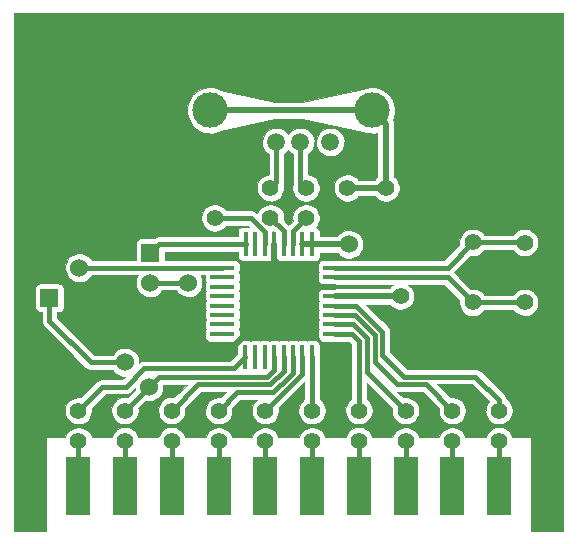
<source format=gbr>
G04 #@! TF.FileFunction,Copper,L2,Bot,Signal*
%FSLAX46Y46*%
G04 Gerber Fmt 4.6, Leading zero omitted, Abs format (unit mm)*
G04 Created by KiCad (PCBNEW 4.0.7) date 08/25/20 08:50:58*
%MOMM*%
%LPD*%
G01*
G04 APERTURE LIST*
%ADD10C,0.150000*%
%ADD11R,2.000000X5.000000*%
%ADD12C,1.501140*%
%ADD13C,2.999740*%
%ADD14R,1.998980X0.449580*%
%ADD15R,0.449580X1.998980*%
%ADD16C,1.422400*%
%ADD17C,1.397000*%
%ADD18R,1.524000X1.524000*%
%ADD19C,1.524000*%
%ADD20C,0.381000*%
%ADD21C,0.508000*%
%ADD22C,0.025400*%
G04 APERTURE END LIST*
D10*
D11*
X232141600Y-152161100D03*
X228181600Y-152161100D03*
X224221600Y-152161100D03*
X220261600Y-152161100D03*
X216301600Y-152161100D03*
X212341600Y-152161100D03*
X208381600Y-152161100D03*
X204421600Y-152161100D03*
X200461600Y-152161100D03*
X196501600Y-152161100D03*
X192541600Y-152161100D03*
X188581600Y-152161100D03*
D12*
X206768700Y-123063000D03*
X209308700Y-123063000D03*
X211340700Y-123063000D03*
X213880700Y-123063000D03*
D13*
X203720700Y-120396000D03*
X217436700Y-120396000D03*
D14*
X214315040Y-139313920D03*
X214315040Y-138513820D03*
X214315040Y-137713720D03*
X214315040Y-136913620D03*
X214315040Y-136113520D03*
X214315040Y-135313420D03*
X214315040Y-134513320D03*
X214315040Y-133713220D03*
X204749400Y-133718300D03*
X204749400Y-139331700D03*
X204749400Y-138518900D03*
X204749400Y-137706100D03*
X204749400Y-136918700D03*
X204749400Y-136105900D03*
X204749400Y-135318500D03*
X204749400Y-134505700D03*
D15*
X212323680Y-131711700D03*
X211526120Y-131711700D03*
X210723480Y-131711700D03*
X209925920Y-131711700D03*
X209123280Y-131711700D03*
X208325720Y-131711700D03*
X207523080Y-131711700D03*
X206725520Y-131711700D03*
X212318600Y-141312900D03*
X211531200Y-141312900D03*
X210718400Y-141312900D03*
X209931000Y-141312900D03*
X209143600Y-141312900D03*
X208330800Y-141312900D03*
X207518000Y-141312900D03*
X206705200Y-141312900D03*
D16*
X225958400Y-136652000D03*
X225958400Y-131572000D03*
D17*
X204101700Y-129501900D03*
X204101700Y-126961900D03*
X230339900Y-129044700D03*
X230339900Y-131584700D03*
X230352600Y-139192000D03*
X230352600Y-136652000D03*
X219837000Y-136118600D03*
X219837000Y-138658600D03*
X215341200Y-126961900D03*
X215341200Y-129501900D03*
X208813400Y-126949200D03*
X208813400Y-129489200D03*
X211836000Y-126961900D03*
X211836000Y-129501900D03*
X218592400Y-126961900D03*
X218592400Y-129501900D03*
D18*
X190106300Y-136258300D03*
D19*
X190106300Y-133718300D03*
X192646300Y-136258300D03*
X192646300Y-133718300D03*
D17*
X224218500Y-145821400D03*
X224218500Y-148361400D03*
X220256100Y-145821400D03*
X220256100Y-148361400D03*
X216306400Y-145808700D03*
X216306400Y-148348700D03*
X212344000Y-145821400D03*
X212344000Y-148361400D03*
X208381600Y-145821400D03*
X208381600Y-148361400D03*
X204431900Y-145821400D03*
X204431900Y-148361400D03*
X200456800Y-145808700D03*
X200456800Y-148348700D03*
X196507100Y-145808700D03*
X196507100Y-148348700D03*
X228180900Y-145808700D03*
X228180900Y-148348700D03*
X192557400Y-145821400D03*
X192557400Y-148361400D03*
D18*
X198628000Y-132448300D03*
D19*
X198628000Y-134988300D03*
X198539100Y-143776700D03*
X196481700Y-141719300D03*
X201841100Y-134975600D03*
X215455500Y-131737100D03*
D20*
X203746100Y-142240000D02*
X198107300Y-142240000D01*
X196557900Y-143789400D02*
X194589400Y-143789400D01*
X198107300Y-142240000D02*
X196557900Y-143789400D01*
X206705200Y-141312900D02*
X206628996Y-141312900D01*
X205701896Y-142240000D02*
X203746100Y-142240000D01*
X206628996Y-141312900D02*
X205701896Y-142240000D01*
X192557400Y-145821400D02*
X194589400Y-143789400D01*
X192573774Y-145805026D02*
X192557400Y-145821400D01*
X204749400Y-133718300D02*
X192646300Y-133718300D01*
X204749400Y-133718300D02*
X199021700Y-133718300D01*
X209308700Y-123063000D02*
X209308700Y-126453900D01*
X209308700Y-126453900D02*
X208813400Y-126949200D01*
X209321400Y-123075700D02*
X209308700Y-123063000D01*
X211340700Y-123063000D02*
X211340700Y-126466600D01*
X211340700Y-126466600D02*
X211836000Y-126961900D01*
X217639900Y-140563600D02*
X217639900Y-141719300D01*
X221970600Y-143573500D02*
X224218500Y-145821400D01*
X219494100Y-143573500D02*
X221970600Y-143573500D01*
X217639900Y-141719300D02*
X219494100Y-143573500D01*
X214315040Y-137713720D02*
X215958420Y-137713720D01*
X217639900Y-139395200D02*
X217639900Y-140563600D01*
X215958420Y-137713720D02*
X217639900Y-139395200D01*
X214315040Y-138513820D02*
X215806020Y-138513820D01*
X216954100Y-142519400D02*
X220256100Y-145821400D01*
X216954100Y-139661900D02*
X216954100Y-142519400D01*
X215806020Y-138513820D02*
X216954100Y-139661900D01*
X220256100Y-145821400D02*
X220256100Y-145770600D01*
X214315040Y-139313920D02*
X215691720Y-139313920D01*
X216306400Y-139928600D02*
X216306400Y-145808700D01*
X215691720Y-139313920D02*
X216306400Y-139928600D01*
X212344000Y-145821400D02*
X212344000Y-141338300D01*
X212344000Y-141338300D02*
X212318600Y-141312900D01*
X212316200Y-141315300D02*
X212318600Y-141312900D01*
X212328900Y-141323200D02*
X212318600Y-141312900D01*
X211531200Y-141312900D02*
X211531200Y-142671800D01*
X211531200Y-142671800D02*
X208381600Y-145821400D01*
X210358286Y-142946686D02*
X209062886Y-144242086D01*
X206011214Y-144242086D02*
X204431900Y-145821400D01*
X209062886Y-144242086D02*
X206011214Y-144242086D01*
X210718400Y-141312900D02*
X210718400Y-142586572D01*
X210718400Y-142586572D02*
X210358286Y-142946686D01*
X209931000Y-141312900D02*
X209931000Y-142475944D01*
X202666600Y-143598900D02*
X200456800Y-145808700D01*
X208808044Y-143598900D02*
X202666600Y-143598900D01*
X209931000Y-142475944D02*
X208808044Y-143598900D01*
X190106300Y-136258300D02*
X190106300Y-138214100D01*
X198539100Y-143776700D02*
X196507100Y-145808700D01*
X193611500Y-141719300D02*
X196481700Y-141719300D01*
X190106300Y-138214100D02*
X193611500Y-141719300D01*
X200901300Y-142963898D02*
X199351902Y-142963898D01*
X203123800Y-142963898D02*
X200901300Y-142963898D01*
X199351902Y-142963898D02*
X196507100Y-145808700D01*
X209143600Y-142365316D02*
X209143600Y-141312900D01*
X208545018Y-142963898D02*
X209143600Y-142365316D01*
X203123800Y-142963898D02*
X208545018Y-142963898D01*
X201828400Y-134988300D02*
X198628000Y-134988300D01*
X201841100Y-134975600D02*
X201828400Y-134988300D01*
X224221600Y-152161100D02*
X224221600Y-148364500D01*
X224221600Y-148364500D02*
X224218500Y-148361400D01*
X220261600Y-152161100D02*
X220261600Y-148366900D01*
X220261600Y-148366900D02*
X220256100Y-148361400D01*
X216301600Y-152161100D02*
X216301600Y-148353500D01*
X216301600Y-148353500D02*
X216306400Y-148348700D01*
X212341600Y-152161100D02*
X212341600Y-148363800D01*
X212341600Y-148363800D02*
X212344000Y-148361400D01*
X208381600Y-152161100D02*
X208381600Y-148361400D01*
X204421600Y-152161100D02*
X204421600Y-148371700D01*
X204421600Y-148371700D02*
X204431900Y-148361400D01*
X200461600Y-152161100D02*
X200461600Y-148353500D01*
X200461600Y-148353500D02*
X200456800Y-148348700D01*
X196501600Y-152161100D02*
X196501600Y-148354200D01*
X196501600Y-148354200D02*
X196507100Y-148348700D01*
X192541600Y-152161100D02*
X192541600Y-148377200D01*
X192541600Y-148377200D02*
X192557400Y-148361400D01*
X228181600Y-152161100D02*
X228181600Y-148349400D01*
X228181600Y-148349400D02*
X228180900Y-148348700D01*
X204558900Y-131711700D02*
X199364600Y-131711700D01*
X206725520Y-131711700D02*
X204558900Y-131711700D01*
X199364600Y-131711700D02*
X198628000Y-132448300D01*
D21*
X218592400Y-126961900D02*
X215341200Y-126961900D01*
X218592400Y-126961900D02*
X218592400Y-121551700D01*
X218592400Y-121551700D02*
X217436700Y-120396000D01*
X203720700Y-120396000D02*
X217436700Y-120396000D01*
D20*
X228180900Y-145808700D02*
X228180900Y-144945100D01*
X220116400Y-142938498D02*
X219281876Y-142103974D01*
X226174298Y-142938498D02*
X220116400Y-142938498D01*
X228180900Y-144945100D02*
X226174298Y-142938498D01*
X219281876Y-142103974D02*
X218300300Y-141122398D01*
X214315040Y-136913620D02*
X216085420Y-136913620D01*
X218300300Y-139128500D02*
X216085420Y-136913620D01*
X218300300Y-141122398D02*
X218300300Y-139128500D01*
D21*
X206768700Y-123063000D02*
X206768700Y-124294900D01*
X206768700Y-124294900D02*
X204101700Y-126961900D01*
X206768700Y-123063000D02*
X206654400Y-123063000D01*
X210748880Y-135313420D02*
X205714600Y-140347700D01*
X214315040Y-135313420D02*
X210748880Y-135313420D01*
X209123280Y-131711700D02*
X209123280Y-135313420D01*
X209123280Y-135313420D02*
X209118200Y-135313420D01*
X208325720Y-135313420D02*
X209118200Y-135313420D01*
X209118200Y-135313420D02*
X214315040Y-135313420D01*
D20*
X225958400Y-131572000D02*
X230327200Y-131572000D01*
X230327200Y-131572000D02*
X230339900Y-131584700D01*
X220395800Y-133713220D02*
X223817180Y-133713220D01*
X223817180Y-133713220D02*
X225958400Y-131572000D01*
X220827600Y-133713220D02*
X223563180Y-133713220D01*
X214315040Y-133713220D02*
X220395800Y-133713220D01*
X220395800Y-133713220D02*
X220827600Y-133713220D01*
X220827600Y-133713220D02*
X221937580Y-133713220D01*
X210723480Y-131711700D02*
X210723480Y-130614420D01*
X210723480Y-130614420D02*
X211836000Y-129501900D01*
X209925920Y-131711700D02*
X209925920Y-130601720D01*
X209925920Y-130601720D02*
X208813400Y-129489200D01*
X204101700Y-129501900D02*
X207175100Y-129501900D01*
X208325720Y-130652520D02*
X208325720Y-131711700D01*
X207175100Y-129501900D02*
X208325720Y-130652520D01*
X225958400Y-136652000D02*
X230352600Y-136652000D01*
X221640400Y-134513320D02*
X223819720Y-134513320D01*
X223819720Y-134513320D02*
X225958400Y-136652000D01*
X220903800Y-134513320D02*
X221640400Y-134513320D01*
X221640400Y-134513320D02*
X223565720Y-134513320D01*
X214315040Y-134513320D02*
X220903800Y-134513320D01*
X220903800Y-134513320D02*
X221940120Y-134513320D01*
D21*
X212349080Y-131737100D02*
X212323680Y-131711700D01*
X215455500Y-131737100D02*
X212349080Y-131737100D01*
X212323680Y-131711700D02*
X211526120Y-131711700D01*
X219837000Y-136118600D02*
X214320120Y-136118600D01*
X214320120Y-136118600D02*
X214315040Y-136113520D01*
D22*
G36*
X233591400Y-155994400D02*
X230898700Y-155994400D01*
X230898700Y-148069300D01*
X230898197Y-148065762D01*
X230896729Y-148062504D01*
X230894410Y-148059784D01*
X230891426Y-148057818D01*
X230888013Y-148056760D01*
X230886000Y-148056600D01*
X229301760Y-148056600D01*
X229293108Y-148012905D01*
X229206703Y-147803271D01*
X229081226Y-147614412D01*
X228921455Y-147453522D01*
X228733477Y-147326730D01*
X228524452Y-147238863D01*
X228302341Y-147193270D01*
X228075604Y-147191687D01*
X227852877Y-147234175D01*
X227642645Y-147319114D01*
X227452915Y-147443270D01*
X227290914Y-147601913D01*
X227162812Y-147789001D01*
X227073489Y-147997408D01*
X227060907Y-148056600D01*
X225336845Y-148056600D01*
X225330708Y-148025605D01*
X225244303Y-147815971D01*
X225118826Y-147627112D01*
X224959055Y-147466222D01*
X224771077Y-147339430D01*
X224562052Y-147251563D01*
X224339941Y-147205970D01*
X224113204Y-147204387D01*
X223890477Y-147246875D01*
X223680245Y-147331814D01*
X223490515Y-147455970D01*
X223328514Y-147614613D01*
X223200412Y-147801701D01*
X223111089Y-148010108D01*
X223101207Y-148056600D01*
X221374445Y-148056600D01*
X221368308Y-148025605D01*
X221281903Y-147815971D01*
X221156426Y-147627112D01*
X220996655Y-147466222D01*
X220808677Y-147339430D01*
X220599652Y-147251563D01*
X220377541Y-147205970D01*
X220150804Y-147204387D01*
X219928077Y-147246875D01*
X219717845Y-147331814D01*
X219528115Y-147455970D01*
X219366114Y-147614613D01*
X219238012Y-147801701D01*
X219148689Y-148010108D01*
X219138807Y-148056600D01*
X217427260Y-148056600D01*
X217418608Y-148012905D01*
X217332203Y-147803271D01*
X217206726Y-147614412D01*
X217046955Y-147453522D01*
X216858977Y-147326730D01*
X216649952Y-147238863D01*
X216427841Y-147193270D01*
X216201104Y-147191687D01*
X215978377Y-147234175D01*
X215768145Y-147319114D01*
X215578415Y-147443270D01*
X215416414Y-147601913D01*
X215288312Y-147789001D01*
X215198989Y-147997408D01*
X215186407Y-148056600D01*
X213462345Y-148056600D01*
X213456208Y-148025605D01*
X213369803Y-147815971D01*
X213244326Y-147627112D01*
X213084555Y-147466222D01*
X212896577Y-147339430D01*
X212687552Y-147251563D01*
X212465441Y-147205970D01*
X212238704Y-147204387D01*
X212015977Y-147246875D01*
X211805745Y-147331814D01*
X211616015Y-147455970D01*
X211454014Y-147614613D01*
X211325912Y-147801701D01*
X211236589Y-148010108D01*
X211226707Y-148056600D01*
X209499945Y-148056600D01*
X209493808Y-148025605D01*
X209407403Y-147815971D01*
X209281926Y-147627112D01*
X209122155Y-147466222D01*
X208934177Y-147339430D01*
X208725152Y-147251563D01*
X208503041Y-147205970D01*
X208276304Y-147204387D01*
X208053577Y-147246875D01*
X207843345Y-147331814D01*
X207653615Y-147455970D01*
X207491614Y-147614613D01*
X207363512Y-147801701D01*
X207274189Y-148010108D01*
X207264307Y-148056600D01*
X205550245Y-148056600D01*
X205544108Y-148025605D01*
X205457703Y-147815971D01*
X205332226Y-147627112D01*
X205172455Y-147466222D01*
X204984477Y-147339430D01*
X204775452Y-147251563D01*
X204553341Y-147205970D01*
X204326604Y-147204387D01*
X204103877Y-147246875D01*
X203893645Y-147331814D01*
X203703915Y-147455970D01*
X203541914Y-147614613D01*
X203413812Y-147801701D01*
X203324489Y-148010108D01*
X203314607Y-148056600D01*
X201577660Y-148056600D01*
X201569008Y-148012905D01*
X201482603Y-147803271D01*
X201357126Y-147614412D01*
X201197355Y-147453522D01*
X201009377Y-147326730D01*
X200800352Y-147238863D01*
X200578241Y-147193270D01*
X200351504Y-147191687D01*
X200128777Y-147234175D01*
X199918545Y-147319114D01*
X199728815Y-147443270D01*
X199566814Y-147601913D01*
X199438712Y-147789001D01*
X199349389Y-147997408D01*
X199336807Y-148056600D01*
X197627960Y-148056600D01*
X197619308Y-148012905D01*
X197532903Y-147803271D01*
X197407426Y-147614412D01*
X197247655Y-147453522D01*
X197059677Y-147326730D01*
X196850652Y-147238863D01*
X196628541Y-147193270D01*
X196401804Y-147191687D01*
X196179077Y-147234175D01*
X195968845Y-147319114D01*
X195779115Y-147443270D01*
X195617114Y-147601913D01*
X195489012Y-147789001D01*
X195399689Y-147997408D01*
X195387107Y-148056600D01*
X193675745Y-148056600D01*
X193669608Y-148025605D01*
X193583203Y-147815971D01*
X193457726Y-147627112D01*
X193297955Y-147466222D01*
X193109977Y-147339430D01*
X192900952Y-147251563D01*
X192678841Y-147205970D01*
X192452104Y-147204387D01*
X192229377Y-147246875D01*
X192019145Y-147331814D01*
X191829415Y-147455970D01*
X191667414Y-147614613D01*
X191539312Y-147801701D01*
X191449989Y-148010108D01*
X191440107Y-148056600D01*
X189839600Y-148056600D01*
X189836062Y-148057103D01*
X189832804Y-148058571D01*
X189830084Y-148060890D01*
X189828118Y-148063874D01*
X189827060Y-148067287D01*
X189826900Y-148069300D01*
X189826900Y-155994400D01*
X187096100Y-155994400D01*
X187096100Y-135496300D01*
X188884386Y-135496300D01*
X188884386Y-137020300D01*
X188890198Y-137093187D01*
X188928482Y-137216811D01*
X188999692Y-137324875D01*
X189098188Y-137408822D01*
X189216171Y-137462006D01*
X189344300Y-137480214D01*
X189458100Y-137480214D01*
X189458100Y-138214100D01*
X189463943Y-138273692D01*
X189469161Y-138333337D01*
X189470113Y-138336612D01*
X189470445Y-138340003D01*
X189487743Y-138397297D01*
X189504455Y-138454821D01*
X189506024Y-138457848D01*
X189507009Y-138461110D01*
X189535124Y-138513986D01*
X189562674Y-138567135D01*
X189564799Y-138569797D01*
X189566400Y-138572808D01*
X189604260Y-138619229D01*
X189641599Y-138666003D01*
X189646278Y-138670748D01*
X189646356Y-138670844D01*
X189646445Y-138670918D01*
X189647953Y-138672447D01*
X193153153Y-142177646D01*
X193199388Y-142215624D01*
X193245288Y-142254139D01*
X193248278Y-142255783D01*
X193250909Y-142257944D01*
X193303658Y-142286228D01*
X193356147Y-142315084D01*
X193359395Y-142316114D01*
X193362399Y-142317725D01*
X193419692Y-142335241D01*
X193476732Y-142353335D01*
X193480115Y-142353715D01*
X193483378Y-142354712D01*
X193542967Y-142360765D01*
X193602450Y-142367437D01*
X193609113Y-142367483D01*
X193609237Y-142367496D01*
X193609353Y-142367485D01*
X193611500Y-142367500D01*
X195448329Y-142367500D01*
X195521204Y-142480580D01*
X195687363Y-142652643D01*
X195883778Y-142789155D01*
X196102968Y-142884917D01*
X196336584Y-142936281D01*
X196491089Y-142939517D01*
X196289406Y-143141200D01*
X194589400Y-143141200D01*
X194529853Y-143147039D01*
X194470163Y-143152261D01*
X194466888Y-143153213D01*
X194463497Y-143153545D01*
X194406203Y-143170843D01*
X194348679Y-143187555D01*
X194345652Y-143189124D01*
X194342390Y-143190109D01*
X194289514Y-143218224D01*
X194236365Y-143245774D01*
X194233703Y-143247899D01*
X194230692Y-143249500D01*
X194184271Y-143287360D01*
X194137497Y-143324699D01*
X194132752Y-143329378D01*
X194132656Y-143329456D01*
X194132582Y-143329545D01*
X194131053Y-143331053D01*
X192776159Y-144685947D01*
X192678841Y-144665970D01*
X192452104Y-144664387D01*
X192229377Y-144706875D01*
X192019145Y-144791814D01*
X191829415Y-144915970D01*
X191667414Y-145074613D01*
X191539312Y-145261701D01*
X191449989Y-145470108D01*
X191402846Y-145691896D01*
X191399681Y-145918616D01*
X191440612Y-146141634D01*
X191524081Y-146352454D01*
X191646910Y-146543046D01*
X191804418Y-146706151D01*
X191990608Y-146835556D01*
X192198386Y-146926332D01*
X192419839Y-146975021D01*
X192646532Y-146979770D01*
X192869829Y-146940396D01*
X193081227Y-146858401D01*
X193272672Y-146736906D01*
X193436872Y-146580540D01*
X193567574Y-146395259D01*
X193659798Y-146188119D01*
X193710033Y-145967011D01*
X193713649Y-145708029D01*
X193692793Y-145602701D01*
X194857894Y-144437600D01*
X196557900Y-144437600D01*
X196617492Y-144431757D01*
X196677137Y-144426539D01*
X196680412Y-144425587D01*
X196683803Y-144425255D01*
X196741097Y-144407957D01*
X196798621Y-144391245D01*
X196801648Y-144389676D01*
X196804910Y-144388691D01*
X196857786Y-144360576D01*
X196910935Y-144333026D01*
X196913597Y-144330901D01*
X196916608Y-144329300D01*
X196963029Y-144291440D01*
X197009803Y-144254101D01*
X197014548Y-144249422D01*
X197014644Y-144249344D01*
X197014718Y-144249255D01*
X197016247Y-144247747D01*
X197328177Y-143935817D01*
X197349130Y-144049977D01*
X196725860Y-144673247D01*
X196628541Y-144653270D01*
X196401804Y-144651687D01*
X196179077Y-144694175D01*
X195968845Y-144779114D01*
X195779115Y-144903270D01*
X195617114Y-145061913D01*
X195489012Y-145249001D01*
X195399689Y-145457408D01*
X195352546Y-145679196D01*
X195349381Y-145905916D01*
X195390312Y-146128934D01*
X195473781Y-146339754D01*
X195596610Y-146530346D01*
X195754118Y-146693451D01*
X195940308Y-146822856D01*
X196148086Y-146913632D01*
X196369539Y-146962321D01*
X196596232Y-146967070D01*
X196819529Y-146927696D01*
X197030927Y-146845701D01*
X197222372Y-146724206D01*
X197386572Y-146567840D01*
X197517274Y-146382559D01*
X197609498Y-146175419D01*
X197659733Y-145954311D01*
X197663349Y-145695329D01*
X197642493Y-145590001D01*
X198266781Y-144965713D01*
X198393984Y-144993681D01*
X198633127Y-144998690D01*
X198868689Y-144957154D01*
X199091696Y-144870655D01*
X199293656Y-144742488D01*
X199466875Y-144577534D01*
X199604755Y-144382076D01*
X199702044Y-144163560D01*
X199755038Y-143930309D01*
X199758853Y-143657102D01*
X199749942Y-143612098D01*
X201736708Y-143612098D01*
X200675559Y-144673247D01*
X200578241Y-144653270D01*
X200351504Y-144651687D01*
X200128777Y-144694175D01*
X199918545Y-144779114D01*
X199728815Y-144903270D01*
X199566814Y-145061913D01*
X199438712Y-145249001D01*
X199349389Y-145457408D01*
X199302246Y-145679196D01*
X199299081Y-145905916D01*
X199340012Y-146128934D01*
X199423481Y-146339754D01*
X199546310Y-146530346D01*
X199703818Y-146693451D01*
X199890008Y-146822856D01*
X200097786Y-146913632D01*
X200319239Y-146962321D01*
X200545932Y-146967070D01*
X200769229Y-146927696D01*
X200980627Y-146845701D01*
X201172072Y-146724206D01*
X201336272Y-146567840D01*
X201466974Y-146382559D01*
X201559198Y-146175419D01*
X201609433Y-145954311D01*
X201613049Y-145695329D01*
X201592193Y-145590001D01*
X202935094Y-144247100D01*
X205089507Y-144247100D01*
X204650660Y-144685947D01*
X204553341Y-144665970D01*
X204326604Y-144664387D01*
X204103877Y-144706875D01*
X203893645Y-144791814D01*
X203703915Y-144915970D01*
X203541914Y-145074613D01*
X203413812Y-145261701D01*
X203324489Y-145470108D01*
X203277346Y-145691896D01*
X203274181Y-145918616D01*
X203315112Y-146141634D01*
X203398581Y-146352454D01*
X203521410Y-146543046D01*
X203678918Y-146706151D01*
X203865108Y-146835556D01*
X204072886Y-146926332D01*
X204294339Y-146975021D01*
X204521032Y-146979770D01*
X204744329Y-146940396D01*
X204955727Y-146858401D01*
X205147172Y-146736906D01*
X205311372Y-146580540D01*
X205442074Y-146395259D01*
X205534298Y-146188119D01*
X205584533Y-145967011D01*
X205588149Y-145708029D01*
X205567293Y-145602700D01*
X206279707Y-144890286D01*
X207692864Y-144890286D01*
X207653615Y-144915970D01*
X207491614Y-145074613D01*
X207363512Y-145261701D01*
X207274189Y-145470108D01*
X207227046Y-145691896D01*
X207223881Y-145918616D01*
X207264812Y-146141634D01*
X207348281Y-146352454D01*
X207471110Y-146543046D01*
X207628618Y-146706151D01*
X207814808Y-146835556D01*
X208022586Y-146926332D01*
X208244039Y-146975021D01*
X208470732Y-146979770D01*
X208694029Y-146940396D01*
X208905427Y-146858401D01*
X209096872Y-146736906D01*
X209261072Y-146580540D01*
X209391774Y-146395259D01*
X209483998Y-146188119D01*
X209534233Y-145967011D01*
X209537849Y-145708029D01*
X209516993Y-145602701D01*
X211695800Y-143423894D01*
X211695800Y-144863760D01*
X211616015Y-144915970D01*
X211454014Y-145074613D01*
X211325912Y-145261701D01*
X211236589Y-145470108D01*
X211189446Y-145691896D01*
X211186281Y-145918616D01*
X211227212Y-146141634D01*
X211310681Y-146352454D01*
X211433510Y-146543046D01*
X211591018Y-146706151D01*
X211777208Y-146835556D01*
X211984986Y-146926332D01*
X212206439Y-146975021D01*
X212433132Y-146979770D01*
X212656429Y-146940396D01*
X212867827Y-146858401D01*
X213059272Y-146736906D01*
X213223472Y-146580540D01*
X213354174Y-146395259D01*
X213446398Y-146188119D01*
X213496633Y-145967011D01*
X213500249Y-145708029D01*
X213456208Y-145485605D01*
X213369803Y-145275971D01*
X213244326Y-145087112D01*
X213084555Y-144926222D01*
X212992200Y-144863928D01*
X212992200Y-142390528D01*
X213003304Y-142312390D01*
X213003304Y-140313410D01*
X212997492Y-140240523D01*
X212959208Y-140116899D01*
X212887998Y-140008835D01*
X212789502Y-139924888D01*
X212671519Y-139871704D01*
X212543390Y-139853496D01*
X212093810Y-139853496D01*
X212020923Y-139859308D01*
X211923529Y-139889469D01*
X211884119Y-139871704D01*
X211755990Y-139853496D01*
X211306410Y-139853496D01*
X211233523Y-139859308D01*
X211121073Y-139894132D01*
X211071319Y-139871704D01*
X210943190Y-139853496D01*
X210493610Y-139853496D01*
X210420723Y-139859308D01*
X210323329Y-139889469D01*
X210283919Y-139871704D01*
X210155790Y-139853496D01*
X209706210Y-139853496D01*
X209633323Y-139859308D01*
X209535929Y-139889469D01*
X209496519Y-139871704D01*
X209368390Y-139853496D01*
X208918810Y-139853496D01*
X208845923Y-139859308D01*
X208733473Y-139894132D01*
X208683719Y-139871704D01*
X208555590Y-139853496D01*
X208106010Y-139853496D01*
X208033123Y-139859308D01*
X207920673Y-139894132D01*
X207870919Y-139871704D01*
X207742790Y-139853496D01*
X207293210Y-139853496D01*
X207220323Y-139859308D01*
X207107873Y-139894132D01*
X207058119Y-139871704D01*
X206929990Y-139853496D01*
X206480410Y-139853496D01*
X206407523Y-139859308D01*
X206283899Y-139897592D01*
X206175835Y-139968802D01*
X206091888Y-140067298D01*
X206038704Y-140185281D01*
X206020496Y-140313410D01*
X206020496Y-141004707D01*
X205433402Y-141591800D01*
X198107300Y-141591800D01*
X198047716Y-141597642D01*
X197988062Y-141602861D01*
X197984786Y-141603813D01*
X197981397Y-141604145D01*
X197924069Y-141621453D01*
X197866579Y-141638156D01*
X197863556Y-141639723D01*
X197860290Y-141640709D01*
X197807339Y-141668864D01*
X197754265Y-141696375D01*
X197751607Y-141698497D01*
X197748592Y-141700100D01*
X197702144Y-141737982D01*
X197699493Y-141740099D01*
X197701453Y-141599702D01*
X197654993Y-141365062D01*
X197563842Y-141143915D01*
X197431474Y-140944684D01*
X197262928Y-140774957D01*
X197064626Y-140641201D01*
X196844120Y-140548509D01*
X196609810Y-140500412D01*
X196370621Y-140498742D01*
X196135662Y-140543563D01*
X195913883Y-140633167D01*
X195713733Y-140764142D01*
X195542834Y-140931498D01*
X195447247Y-141071100D01*
X193879993Y-141071100D01*
X190754500Y-137945606D01*
X190754500Y-137480214D01*
X190868300Y-137480214D01*
X190941187Y-137474402D01*
X191064811Y-137436118D01*
X191172875Y-137364908D01*
X191256822Y-137266412D01*
X191310006Y-137148429D01*
X191328214Y-137020300D01*
X191328214Y-135496300D01*
X191322402Y-135423413D01*
X191284118Y-135299789D01*
X191212908Y-135191725D01*
X191114412Y-135107778D01*
X190996429Y-135054594D01*
X190868300Y-135036386D01*
X189344300Y-135036386D01*
X189271413Y-135042198D01*
X189147789Y-135080482D01*
X189039725Y-135151692D01*
X188955778Y-135250188D01*
X188902594Y-135368171D01*
X188884386Y-135496300D01*
X187096100Y-135496300D01*
X187096100Y-133820856D01*
X191424996Y-133820856D01*
X191468176Y-134056122D01*
X191556230Y-134278520D01*
X191685804Y-134479580D01*
X191851963Y-134651643D01*
X192048378Y-134788155D01*
X192267568Y-134883917D01*
X192501184Y-134935281D01*
X192740327Y-134940290D01*
X192975889Y-134898754D01*
X193198896Y-134812255D01*
X193400856Y-134684088D01*
X193574075Y-134519134D01*
X193681746Y-134366500D01*
X197575471Y-134366500D01*
X197553997Y-134397862D01*
X197459768Y-134617715D01*
X197410036Y-134851683D01*
X197406696Y-135090856D01*
X197449876Y-135326122D01*
X197537930Y-135548520D01*
X197667504Y-135749580D01*
X197833663Y-135921643D01*
X198030078Y-136058155D01*
X198249268Y-136153917D01*
X198482884Y-136205281D01*
X198722027Y-136210290D01*
X198957589Y-136168754D01*
X199180596Y-136082255D01*
X199382556Y-135954088D01*
X199555775Y-135789134D01*
X199663446Y-135636500D01*
X200815914Y-135636500D01*
X200880604Y-135736880D01*
X201046763Y-135908943D01*
X201243178Y-136045455D01*
X201462368Y-136141217D01*
X201695984Y-136192581D01*
X201935127Y-136197590D01*
X202170689Y-136156054D01*
X202393696Y-136069555D01*
X202595656Y-135941388D01*
X202768875Y-135776434D01*
X202906755Y-135580976D01*
X203004044Y-135362460D01*
X203057038Y-135129209D01*
X203060853Y-134856002D01*
X203014393Y-134621362D01*
X202923242Y-134400215D01*
X202900842Y-134366500D01*
X203289996Y-134366500D01*
X203289996Y-134730490D01*
X203295808Y-134803377D01*
X203330632Y-134915827D01*
X203308204Y-134965581D01*
X203289996Y-135093710D01*
X203289996Y-135543290D01*
X203295808Y-135616177D01*
X203325969Y-135713571D01*
X203308204Y-135752981D01*
X203289996Y-135881110D01*
X203289996Y-136330690D01*
X203295808Y-136403577D01*
X203330632Y-136516027D01*
X203308204Y-136565781D01*
X203289996Y-136693910D01*
X203289996Y-137143490D01*
X203295808Y-137216377D01*
X203325969Y-137313771D01*
X203308204Y-137353181D01*
X203289996Y-137481310D01*
X203289996Y-137930890D01*
X203295808Y-138003777D01*
X203330632Y-138116227D01*
X203308204Y-138165981D01*
X203289996Y-138294110D01*
X203289996Y-138743690D01*
X203295808Y-138816577D01*
X203330632Y-138929027D01*
X203308204Y-138978781D01*
X203289996Y-139106910D01*
X203289996Y-139556490D01*
X203295808Y-139629377D01*
X203334092Y-139753001D01*
X203405302Y-139861065D01*
X203503798Y-139945012D01*
X203621781Y-139998196D01*
X203749910Y-140016404D01*
X205748890Y-140016404D01*
X205821777Y-140010592D01*
X205945401Y-139972308D01*
X206053465Y-139901098D01*
X206137412Y-139802602D01*
X206190596Y-139684619D01*
X206208804Y-139556490D01*
X206208804Y-139106910D01*
X206202992Y-139034023D01*
X206168168Y-138921573D01*
X206190596Y-138871819D01*
X206208804Y-138743690D01*
X206208804Y-138294110D01*
X206202992Y-138221223D01*
X206168168Y-138108773D01*
X206190596Y-138059019D01*
X206208804Y-137930890D01*
X206208804Y-137481310D01*
X206202992Y-137408423D01*
X206172831Y-137311029D01*
X206190596Y-137271619D01*
X206208804Y-137143490D01*
X206208804Y-136693910D01*
X206202992Y-136621023D01*
X206168168Y-136508573D01*
X206190596Y-136458819D01*
X206208804Y-136330690D01*
X206208804Y-135881110D01*
X206202992Y-135808223D01*
X206172831Y-135710829D01*
X206190596Y-135671419D01*
X206208804Y-135543290D01*
X206208804Y-135093710D01*
X206202992Y-135020823D01*
X206168168Y-134908373D01*
X206190596Y-134858619D01*
X206208804Y-134730490D01*
X206208804Y-134280910D01*
X206202992Y-134208023D01*
X206172831Y-134110629D01*
X206190596Y-134071219D01*
X206208804Y-133943090D01*
X206208804Y-133493510D01*
X206208399Y-133488430D01*
X212855636Y-133488430D01*
X212855636Y-133938010D01*
X212861448Y-134010897D01*
X212893940Y-134115819D01*
X212873844Y-134160401D01*
X212855636Y-134288530D01*
X212855636Y-134738110D01*
X212861448Y-134810997D01*
X212899732Y-134934621D01*
X212970942Y-135042685D01*
X213069438Y-135126632D01*
X213187421Y-135179816D01*
X213315550Y-135198024D01*
X215314530Y-135198024D01*
X215387417Y-135192212D01*
X215486525Y-135161520D01*
X219187944Y-135161520D01*
X219109015Y-135213170D01*
X218947014Y-135371813D01*
X218922989Y-135406900D01*
X214367489Y-135406900D01*
X214317524Y-135401825D01*
X214179242Y-135414896D01*
X214132548Y-135428816D01*
X213315550Y-135428816D01*
X213242663Y-135434628D01*
X213119039Y-135472912D01*
X213010975Y-135544122D01*
X212927028Y-135642618D01*
X212873844Y-135760601D01*
X212855636Y-135888730D01*
X212855636Y-136338310D01*
X212861448Y-136411197D01*
X212893940Y-136516119D01*
X212873844Y-136560701D01*
X212855636Y-136688830D01*
X212855636Y-137138410D01*
X212861448Y-137211297D01*
X212893940Y-137316219D01*
X212873844Y-137360801D01*
X212855636Y-137488930D01*
X212855636Y-137938510D01*
X212861448Y-138011397D01*
X212893940Y-138116319D01*
X212873844Y-138160901D01*
X212855636Y-138289030D01*
X212855636Y-138738610D01*
X212861448Y-138811497D01*
X212893940Y-138916419D01*
X212873844Y-138961001D01*
X212855636Y-139089130D01*
X212855636Y-139538710D01*
X212861448Y-139611597D01*
X212899732Y-139735221D01*
X212970942Y-139843285D01*
X213069438Y-139927232D01*
X213187421Y-139980416D01*
X213315550Y-139998624D01*
X215314530Y-139998624D01*
X215387417Y-139992812D01*
X215438194Y-139977087D01*
X215658200Y-140197093D01*
X215658200Y-144851060D01*
X215578415Y-144903270D01*
X215416414Y-145061913D01*
X215288312Y-145249001D01*
X215198989Y-145457408D01*
X215151846Y-145679196D01*
X215148681Y-145905916D01*
X215189612Y-146128934D01*
X215273081Y-146339754D01*
X215395910Y-146530346D01*
X215553418Y-146693451D01*
X215739608Y-146822856D01*
X215947386Y-146913632D01*
X216168839Y-146962321D01*
X216395532Y-146967070D01*
X216618829Y-146927696D01*
X216830227Y-146845701D01*
X217021672Y-146724206D01*
X217185872Y-146567840D01*
X217316574Y-146382559D01*
X217408798Y-146175419D01*
X217459033Y-145954311D01*
X217462649Y-145695329D01*
X217418608Y-145472905D01*
X217332203Y-145263271D01*
X217206726Y-145074412D01*
X217046955Y-144913522D01*
X216954600Y-144851228D01*
X216954600Y-143436594D01*
X219120541Y-145602534D01*
X219101546Y-145691896D01*
X219098381Y-145918616D01*
X219139312Y-146141634D01*
X219222781Y-146352454D01*
X219345610Y-146543046D01*
X219503118Y-146706151D01*
X219689308Y-146835556D01*
X219897086Y-146926332D01*
X220118539Y-146975021D01*
X220345232Y-146979770D01*
X220568529Y-146940396D01*
X220779927Y-146858401D01*
X220971372Y-146736906D01*
X221135572Y-146580540D01*
X221266274Y-146395259D01*
X221358498Y-146188119D01*
X221408733Y-145967011D01*
X221412349Y-145708029D01*
X221368308Y-145485605D01*
X221281903Y-145275971D01*
X221156426Y-145087112D01*
X220996655Y-144926222D01*
X220808677Y-144799430D01*
X220599652Y-144711563D01*
X220377541Y-144665970D01*
X220150804Y-144664387D01*
X220037411Y-144686018D01*
X219573093Y-144221700D01*
X221702106Y-144221700D01*
X223082941Y-145602534D01*
X223063946Y-145691896D01*
X223060781Y-145918616D01*
X223101712Y-146141634D01*
X223185181Y-146352454D01*
X223308010Y-146543046D01*
X223465518Y-146706151D01*
X223651708Y-146835556D01*
X223859486Y-146926332D01*
X224080939Y-146975021D01*
X224307632Y-146979770D01*
X224530929Y-146940396D01*
X224742327Y-146858401D01*
X224933772Y-146736906D01*
X225097972Y-146580540D01*
X225228674Y-146395259D01*
X225320898Y-146188119D01*
X225371133Y-145967011D01*
X225374749Y-145708029D01*
X225330708Y-145485605D01*
X225244303Y-145275971D01*
X225118826Y-145087112D01*
X224959055Y-144926222D01*
X224771077Y-144799430D01*
X224562052Y-144711563D01*
X224339941Y-144665970D01*
X224113204Y-144664387D01*
X223999811Y-144686018D01*
X222900492Y-143586698D01*
X225905804Y-143586698D01*
X227336439Y-145017332D01*
X227290914Y-145061913D01*
X227162812Y-145249001D01*
X227073489Y-145457408D01*
X227026346Y-145679196D01*
X227023181Y-145905916D01*
X227064112Y-146128934D01*
X227147581Y-146339754D01*
X227270410Y-146530346D01*
X227427918Y-146693451D01*
X227614108Y-146822856D01*
X227821886Y-146913632D01*
X228043339Y-146962321D01*
X228270032Y-146967070D01*
X228493329Y-146927696D01*
X228704727Y-146845701D01*
X228896172Y-146724206D01*
X229060372Y-146567840D01*
X229191074Y-146382559D01*
X229283298Y-146175419D01*
X229333533Y-145954311D01*
X229337149Y-145695329D01*
X229293108Y-145472905D01*
X229206703Y-145263271D01*
X229081226Y-145074412D01*
X228921455Y-144913522D01*
X228819704Y-144844890D01*
X228818039Y-144825863D01*
X228817087Y-144822588D01*
X228816755Y-144819197D01*
X228799457Y-144761903D01*
X228782745Y-144704379D01*
X228781176Y-144701352D01*
X228780191Y-144698090D01*
X228752076Y-144645214D01*
X228724526Y-144592065D01*
X228722401Y-144589403D01*
X228720800Y-144586392D01*
X228682965Y-144540002D01*
X228645602Y-144493197D01*
X228640925Y-144488455D01*
X228640844Y-144488356D01*
X228640752Y-144488280D01*
X228639247Y-144486754D01*
X226632645Y-142480151D01*
X226586380Y-142442149D01*
X226540510Y-142403659D01*
X226537520Y-142402016D01*
X226534889Y-142399854D01*
X226482159Y-142371580D01*
X226429651Y-142342714D01*
X226426400Y-142341683D01*
X226423398Y-142340073D01*
X226366120Y-142322561D01*
X226309066Y-142304463D01*
X226305683Y-142304083D01*
X226302420Y-142303086D01*
X226242831Y-142297033D01*
X226183348Y-142290361D01*
X226176685Y-142290315D01*
X226176561Y-142290302D01*
X226176445Y-142290313D01*
X226174298Y-142290298D01*
X220384894Y-142290298D01*
X218948500Y-140853904D01*
X218948500Y-139128500D01*
X218942658Y-139068916D01*
X218937439Y-139009262D01*
X218936487Y-139005986D01*
X218936155Y-139002597D01*
X218918861Y-138945315D01*
X218902145Y-138887779D01*
X218900576Y-138884752D01*
X218899591Y-138881490D01*
X218871476Y-138828614D01*
X218843926Y-138775465D01*
X218841801Y-138772803D01*
X218840200Y-138769792D01*
X218802340Y-138723371D01*
X218765001Y-138676597D01*
X218760326Y-138671856D01*
X218760244Y-138671756D01*
X218760151Y-138671679D01*
X218758646Y-138670153D01*
X216918794Y-136830300D01*
X218920100Y-136830300D01*
X218926510Y-136840246D01*
X219084018Y-137003351D01*
X219270208Y-137132756D01*
X219477986Y-137223532D01*
X219699439Y-137272221D01*
X219926132Y-137276970D01*
X220149429Y-137237596D01*
X220360827Y-137155601D01*
X220552272Y-137034106D01*
X220716472Y-136877740D01*
X220847174Y-136692459D01*
X220939398Y-136485319D01*
X220989633Y-136264211D01*
X220993249Y-136005229D01*
X220949208Y-135782805D01*
X220862803Y-135573171D01*
X220737326Y-135384312D01*
X220577555Y-135223422D01*
X220485781Y-135161520D01*
X223551226Y-135161520D01*
X224812132Y-136422425D01*
X224791164Y-136521073D01*
X224787963Y-136750284D01*
X224829344Y-136975752D01*
X224913731Y-137188887D01*
X225037908Y-137381573D01*
X225197147Y-137546469D01*
X225385382Y-137677296D01*
X225595442Y-137769069D01*
X225819328Y-137818294D01*
X226048511Y-137823094D01*
X226274261Y-137783288D01*
X226487981Y-137700392D01*
X226681529Y-137577563D01*
X226847533Y-137419479D01*
X226931675Y-137300200D01*
X229394777Y-137300200D01*
X229442110Y-137373646D01*
X229599618Y-137536751D01*
X229785808Y-137666156D01*
X229993586Y-137756932D01*
X230215039Y-137805621D01*
X230441732Y-137810370D01*
X230665029Y-137770996D01*
X230876427Y-137689001D01*
X231067872Y-137567506D01*
X231232072Y-137411140D01*
X231362774Y-137225859D01*
X231454998Y-137018719D01*
X231505233Y-136797611D01*
X231508849Y-136538629D01*
X231464808Y-136316205D01*
X231378403Y-136106571D01*
X231252926Y-135917712D01*
X231093155Y-135756822D01*
X230905177Y-135630030D01*
X230696152Y-135542163D01*
X230474041Y-135496570D01*
X230247304Y-135494987D01*
X230024577Y-135537475D01*
X229814345Y-135622414D01*
X229624615Y-135746570D01*
X229462614Y-135905213D01*
X229395110Y-136003800D01*
X226931171Y-136003800D01*
X226868616Y-135909646D01*
X226707090Y-135746989D01*
X226517047Y-135618803D01*
X226305726Y-135529972D01*
X226081175Y-135483878D01*
X225851947Y-135482278D01*
X225728853Y-135505759D01*
X224335094Y-134112000D01*
X225728721Y-132718373D01*
X225819328Y-132738294D01*
X226048511Y-132743094D01*
X226274261Y-132703288D01*
X226487981Y-132620392D01*
X226681529Y-132497563D01*
X226847533Y-132339479D01*
X226931675Y-132220200D01*
X229373892Y-132220200D01*
X229429410Y-132306346D01*
X229586918Y-132469451D01*
X229773108Y-132598856D01*
X229980886Y-132689632D01*
X230202339Y-132738321D01*
X230429032Y-132743070D01*
X230652329Y-132703696D01*
X230863727Y-132621701D01*
X231055172Y-132500206D01*
X231219372Y-132343840D01*
X231350074Y-132158559D01*
X231442298Y-131951419D01*
X231492533Y-131730311D01*
X231496149Y-131471329D01*
X231452108Y-131248905D01*
X231365703Y-131039271D01*
X231240226Y-130850412D01*
X231080455Y-130689522D01*
X230892477Y-130562730D01*
X230683452Y-130474863D01*
X230461341Y-130429270D01*
X230234604Y-130427687D01*
X230011877Y-130470175D01*
X229801645Y-130555114D01*
X229611915Y-130679270D01*
X229449914Y-130837913D01*
X229391106Y-130923800D01*
X226931171Y-130923800D01*
X226868616Y-130829646D01*
X226707090Y-130666989D01*
X226517047Y-130538803D01*
X226305726Y-130449972D01*
X226081175Y-130403878D01*
X225851947Y-130402278D01*
X225626774Y-130445232D01*
X225414233Y-130531104D01*
X225222419Y-130656624D01*
X225058638Y-130817010D01*
X224929129Y-131006153D01*
X224838824Y-131216850D01*
X224791164Y-131441073D01*
X224787963Y-131670284D01*
X224812071Y-131801636D01*
X223548686Y-133065020D01*
X215483247Y-133065020D01*
X215442659Y-133046724D01*
X215314530Y-133028516D01*
X213315550Y-133028516D01*
X213242663Y-133034328D01*
X213119039Y-133072612D01*
X213010975Y-133143822D01*
X212927028Y-133242318D01*
X212873844Y-133360301D01*
X212855636Y-133488430D01*
X206208399Y-133488430D01*
X206202992Y-133420623D01*
X206164708Y-133296999D01*
X206093498Y-133188935D01*
X205995002Y-133104988D01*
X205877019Y-133051804D01*
X205748890Y-133033596D01*
X203749910Y-133033596D01*
X203677023Y-133039408D01*
X203577915Y-133070100D01*
X199849914Y-133070100D01*
X199849914Y-132359900D01*
X206040816Y-132359900D01*
X206040816Y-132711190D01*
X206046628Y-132784077D01*
X206084912Y-132907701D01*
X206156122Y-133015765D01*
X206254618Y-133099712D01*
X206372601Y-133152896D01*
X206500730Y-133171104D01*
X206950310Y-133171104D01*
X207023197Y-133165292D01*
X207126614Y-133133266D01*
X207170161Y-133152896D01*
X207298290Y-133171104D01*
X207747870Y-133171104D01*
X207820757Y-133165292D01*
X207927185Y-133132333D01*
X207972801Y-133152896D01*
X208100930Y-133171104D01*
X208550510Y-133171104D01*
X208623397Y-133165292D01*
X208747021Y-133127008D01*
X208855085Y-133055798D01*
X208939032Y-132957302D01*
X208992216Y-132839319D01*
X209010424Y-132711190D01*
X209010424Y-130712210D01*
X209004612Y-130639323D01*
X209001748Y-130630075D01*
X209032210Y-130624704D01*
X209241216Y-130833710D01*
X209241216Y-132711190D01*
X209247028Y-132784077D01*
X209285312Y-132907701D01*
X209356522Y-133015765D01*
X209455018Y-133099712D01*
X209573001Y-133152896D01*
X209701130Y-133171104D01*
X210150710Y-133171104D01*
X210223597Y-133165292D01*
X210327014Y-133133266D01*
X210370561Y-133152896D01*
X210498690Y-133171104D01*
X210948270Y-133171104D01*
X211021157Y-133165292D01*
X211127585Y-133132333D01*
X211173201Y-133152896D01*
X211301330Y-133171104D01*
X211750910Y-133171104D01*
X211823797Y-133165292D01*
X211927214Y-133133266D01*
X211970761Y-133152896D01*
X212098890Y-133171104D01*
X212548470Y-133171104D01*
X212621357Y-133165292D01*
X212744981Y-133127008D01*
X212853045Y-133055798D01*
X212936992Y-132957302D01*
X212990176Y-132839319D01*
X213008384Y-132711190D01*
X213008384Y-132448800D01*
X214463052Y-132448800D01*
X214495004Y-132498380D01*
X214661163Y-132670443D01*
X214857578Y-132806955D01*
X215076768Y-132902717D01*
X215310384Y-132954081D01*
X215549527Y-132959090D01*
X215785089Y-132917554D01*
X216008096Y-132831055D01*
X216210056Y-132702888D01*
X216383275Y-132537934D01*
X216521155Y-132342476D01*
X216618444Y-132123960D01*
X216671438Y-131890709D01*
X216675253Y-131617502D01*
X216628793Y-131382862D01*
X216537642Y-131161715D01*
X216405274Y-130962484D01*
X216236728Y-130792757D01*
X216038426Y-130659001D01*
X215817920Y-130566309D01*
X215583610Y-130518212D01*
X215344421Y-130516542D01*
X215109462Y-130561363D01*
X214887683Y-130650967D01*
X214687533Y-130781942D01*
X214516634Y-130949298D01*
X214464526Y-131025400D01*
X213008384Y-131025400D01*
X213008384Y-130712210D01*
X213002572Y-130639323D01*
X212964288Y-130515699D01*
X212893078Y-130407635D01*
X212794582Y-130323688D01*
X212696238Y-130279357D01*
X212715472Y-130261040D01*
X212846174Y-130075759D01*
X212938398Y-129868619D01*
X212988633Y-129647511D01*
X212992249Y-129388529D01*
X212948208Y-129166105D01*
X212861803Y-128956471D01*
X212736326Y-128767612D01*
X212576555Y-128606722D01*
X212388577Y-128479930D01*
X212179552Y-128392063D01*
X211957441Y-128346470D01*
X211730704Y-128344887D01*
X211507977Y-128387375D01*
X211297745Y-128472314D01*
X211108015Y-128596470D01*
X210946014Y-128755113D01*
X210817912Y-128942201D01*
X210728589Y-129150608D01*
X210681446Y-129372396D01*
X210678281Y-129599116D01*
X210700582Y-129720624D01*
X210331050Y-130090156D01*
X209949310Y-129708416D01*
X209966033Y-129634811D01*
X209969649Y-129375829D01*
X209925608Y-129153405D01*
X209839203Y-128943771D01*
X209713726Y-128754912D01*
X209553955Y-128594022D01*
X209365977Y-128467230D01*
X209156952Y-128379363D01*
X208934841Y-128333770D01*
X208708104Y-128332187D01*
X208485377Y-128374675D01*
X208275145Y-128459614D01*
X208085415Y-128583770D01*
X207923414Y-128742413D01*
X207795312Y-128929501D01*
X207712533Y-129122639D01*
X207633447Y-129043553D01*
X207587182Y-129005551D01*
X207541312Y-128967061D01*
X207538322Y-128965418D01*
X207535691Y-128963256D01*
X207482961Y-128934982D01*
X207430453Y-128906116D01*
X207427202Y-128905085D01*
X207424200Y-128903475D01*
X207366922Y-128885963D01*
X207309868Y-128867865D01*
X207306485Y-128867485D01*
X207303222Y-128866488D01*
X207243633Y-128860435D01*
X207184150Y-128853763D01*
X207177487Y-128853717D01*
X207177363Y-128853704D01*
X207177247Y-128853715D01*
X207175100Y-128853700D01*
X205059222Y-128853700D01*
X205002026Y-128767612D01*
X204842255Y-128606722D01*
X204654277Y-128479930D01*
X204445252Y-128392063D01*
X204223141Y-128346470D01*
X203996404Y-128344887D01*
X203773677Y-128387375D01*
X203563445Y-128472314D01*
X203373715Y-128596470D01*
X203211714Y-128755113D01*
X203083612Y-128942201D01*
X202994289Y-129150608D01*
X202947146Y-129372396D01*
X202943981Y-129599116D01*
X202984912Y-129822134D01*
X203068381Y-130032954D01*
X203191210Y-130223546D01*
X203348718Y-130386651D01*
X203534908Y-130516056D01*
X203742686Y-130606832D01*
X203964139Y-130655521D01*
X204190832Y-130660270D01*
X204414129Y-130620896D01*
X204625527Y-130538901D01*
X204816972Y-130417406D01*
X204981172Y-130261040D01*
X205059432Y-130150100D01*
X206906606Y-130150100D01*
X207018491Y-130261985D01*
X206950310Y-130252296D01*
X206500730Y-130252296D01*
X206427843Y-130258108D01*
X206304219Y-130296392D01*
X206196155Y-130367602D01*
X206112208Y-130466098D01*
X206059024Y-130584081D01*
X206040816Y-130712210D01*
X206040816Y-131063500D01*
X199364600Y-131063500D01*
X199305053Y-131069339D01*
X199245363Y-131074561D01*
X199242088Y-131075513D01*
X199238697Y-131075845D01*
X199181403Y-131093143D01*
X199123879Y-131109855D01*
X199120852Y-131111424D01*
X199117590Y-131112409D01*
X199064714Y-131140524D01*
X199011565Y-131168074D01*
X199008903Y-131170199D01*
X199005892Y-131171800D01*
X198959502Y-131209635D01*
X198938518Y-131226386D01*
X197866000Y-131226386D01*
X197793113Y-131232198D01*
X197669489Y-131270482D01*
X197561425Y-131341692D01*
X197477478Y-131440188D01*
X197424294Y-131558171D01*
X197406086Y-131686300D01*
X197406086Y-133070100D01*
X193680064Y-133070100D01*
X193596074Y-132943684D01*
X193427528Y-132773957D01*
X193229226Y-132640201D01*
X193008720Y-132547509D01*
X192774410Y-132499412D01*
X192535221Y-132497742D01*
X192300262Y-132542563D01*
X192078483Y-132632167D01*
X191878333Y-132763142D01*
X191707434Y-132930498D01*
X191572297Y-133127862D01*
X191478068Y-133347715D01*
X191428336Y-133581683D01*
X191424996Y-133820856D01*
X187096100Y-133820856D01*
X187096100Y-127046416D01*
X207655681Y-127046416D01*
X207696612Y-127269434D01*
X207780081Y-127480254D01*
X207902910Y-127670846D01*
X208060418Y-127833951D01*
X208246608Y-127963356D01*
X208454386Y-128054132D01*
X208675839Y-128102821D01*
X208902532Y-128107570D01*
X209125829Y-128068196D01*
X209337227Y-127986201D01*
X209528672Y-127864706D01*
X209692872Y-127708340D01*
X209823574Y-127523059D01*
X209915798Y-127315919D01*
X209966033Y-127094811D01*
X209969649Y-126835829D01*
X209929174Y-126631417D01*
X209942735Y-126588668D01*
X209943115Y-126585285D01*
X209944112Y-126582022D01*
X209950165Y-126522433D01*
X209956837Y-126462950D01*
X209956883Y-126456287D01*
X209956896Y-126456163D01*
X209956885Y-126456047D01*
X209956900Y-126453900D01*
X209956900Y-124082744D01*
X210056184Y-124019736D01*
X210227780Y-123856328D01*
X210325334Y-123718037D01*
X210389205Y-123817145D01*
X210553807Y-123987596D01*
X210692500Y-124083990D01*
X210692500Y-126466600D01*
X210698343Y-126526192D01*
X210703561Y-126585837D01*
X210704513Y-126589112D01*
X210704845Y-126592503D01*
X210721037Y-126646135D01*
X210681446Y-126832396D01*
X210678281Y-127059116D01*
X210719212Y-127282134D01*
X210802681Y-127492954D01*
X210925510Y-127683546D01*
X211083018Y-127846651D01*
X211269208Y-127976056D01*
X211476986Y-128066832D01*
X211698439Y-128115521D01*
X211925132Y-128120270D01*
X212148429Y-128080896D01*
X212359827Y-127998901D01*
X212551272Y-127877406D01*
X212715472Y-127721040D01*
X212846174Y-127535759D01*
X212938398Y-127328619D01*
X212988633Y-127107511D01*
X212992249Y-126848529D01*
X212948208Y-126626105D01*
X212861803Y-126416471D01*
X212736326Y-126227612D01*
X212576555Y-126066722D01*
X212388577Y-125939930D01*
X212179552Y-125852063D01*
X211988900Y-125812928D01*
X211988900Y-124082744D01*
X212088184Y-124019736D01*
X212259780Y-123856328D01*
X212396368Y-123662703D01*
X212492746Y-123446235D01*
X212545242Y-123215169D01*
X212545948Y-123164595D01*
X212670842Y-123164595D01*
X212713617Y-123397656D01*
X212800845Y-123617970D01*
X212929205Y-123817145D01*
X213093807Y-123987596D01*
X213288382Y-124122829D01*
X213505518Y-124217693D01*
X213736944Y-124268575D01*
X213973846Y-124273538D01*
X214207200Y-124232391D01*
X214428118Y-124146703D01*
X214628184Y-124019736D01*
X214799780Y-123856328D01*
X214936368Y-123662703D01*
X215032746Y-123446235D01*
X215085242Y-123215169D01*
X215089022Y-122944523D01*
X215042997Y-122712082D01*
X214952701Y-122493007D01*
X214821573Y-122295643D01*
X214654607Y-122127508D01*
X214458163Y-121995005D01*
X214239724Y-121903181D01*
X214007610Y-121855535D01*
X213770662Y-121853881D01*
X213537905Y-121898282D01*
X213318205Y-121987046D01*
X213119930Y-122116793D01*
X212950633Y-122282581D01*
X212816762Y-122478095D01*
X212723416Y-122695888D01*
X212674150Y-122927664D01*
X212670842Y-123164595D01*
X212545948Y-123164595D01*
X212549022Y-122944523D01*
X212502997Y-122712082D01*
X212412701Y-122493007D01*
X212281573Y-122295643D01*
X212114607Y-122127508D01*
X211918163Y-121995005D01*
X211699724Y-121903181D01*
X211467610Y-121855535D01*
X211230662Y-121853881D01*
X210997905Y-121898282D01*
X210778205Y-121987046D01*
X210579930Y-122116793D01*
X210410633Y-122282581D01*
X210324486Y-122408396D01*
X210249573Y-122295643D01*
X210082607Y-122127508D01*
X209886163Y-121995005D01*
X209667724Y-121903181D01*
X209435610Y-121855535D01*
X209198662Y-121853881D01*
X208965905Y-121898282D01*
X208746205Y-121987046D01*
X208547930Y-122116793D01*
X208378633Y-122282581D01*
X208244762Y-122478095D01*
X208151416Y-122695888D01*
X208102150Y-122927664D01*
X208098842Y-123164595D01*
X208141617Y-123397656D01*
X208228845Y-123617970D01*
X208357205Y-123817145D01*
X208521807Y-123987596D01*
X208660500Y-124083990D01*
X208660500Y-125801268D01*
X208485377Y-125834675D01*
X208275145Y-125919614D01*
X208085415Y-126043770D01*
X207923414Y-126202413D01*
X207795312Y-126389501D01*
X207705989Y-126597908D01*
X207658846Y-126819696D01*
X207655681Y-127046416D01*
X187096100Y-127046416D01*
X187096100Y-120560598D01*
X201760557Y-120560598D01*
X201829858Y-120938190D01*
X201971181Y-121295131D01*
X202179142Y-121617824D01*
X202445821Y-121893978D01*
X202761060Y-122113074D01*
X203112851Y-122266768D01*
X203487794Y-122349205D01*
X203871610Y-122357245D01*
X204249677Y-122290581D01*
X204607595Y-122151754D01*
X204609774Y-122150371D01*
X209204597Y-121107700D01*
X211531173Y-121107700D01*
X216639743Y-122184149D01*
X216828851Y-122266768D01*
X217203794Y-122349205D01*
X217587610Y-122357245D01*
X217880700Y-122305565D01*
X217880700Y-126045813D01*
X217864415Y-126056470D01*
X217702414Y-126215113D01*
X217678389Y-126250200D01*
X216256533Y-126250200D01*
X216241526Y-126227612D01*
X216081755Y-126066722D01*
X215893777Y-125939930D01*
X215684752Y-125852063D01*
X215462641Y-125806470D01*
X215235904Y-125804887D01*
X215013177Y-125847375D01*
X214802945Y-125932314D01*
X214613215Y-126056470D01*
X214451214Y-126215113D01*
X214323112Y-126402201D01*
X214233789Y-126610608D01*
X214186646Y-126832396D01*
X214183481Y-127059116D01*
X214224412Y-127282134D01*
X214307881Y-127492954D01*
X214430710Y-127683546D01*
X214588218Y-127846651D01*
X214774408Y-127976056D01*
X214982186Y-128066832D01*
X215203639Y-128115521D01*
X215430332Y-128120270D01*
X215653629Y-128080896D01*
X215865027Y-127998901D01*
X216056472Y-127877406D01*
X216220672Y-127721040D01*
X216254137Y-127673600D01*
X217675500Y-127673600D01*
X217681910Y-127683546D01*
X217839418Y-127846651D01*
X218025608Y-127976056D01*
X218233386Y-128066832D01*
X218454839Y-128115521D01*
X218681532Y-128120270D01*
X218904829Y-128080896D01*
X219116227Y-127998901D01*
X219307672Y-127877406D01*
X219471872Y-127721040D01*
X219602574Y-127535759D01*
X219694798Y-127328619D01*
X219745033Y-127107511D01*
X219748649Y-126848529D01*
X219704608Y-126626105D01*
X219618203Y-126416471D01*
X219492726Y-126227612D01*
X219332955Y-126066722D01*
X219304100Y-126047259D01*
X219304100Y-121551700D01*
X219297683Y-121486256D01*
X219291955Y-121420782D01*
X219290911Y-121417190D01*
X219290546Y-121413463D01*
X219271553Y-121350557D01*
X219253204Y-121287397D01*
X219251479Y-121284069D01*
X219250399Y-121280492D01*
X219219575Y-121222521D01*
X219215300Y-121214273D01*
X219303179Y-121016895D01*
X219388231Y-120642536D01*
X219394354Y-120204050D01*
X219319788Y-119827462D01*
X219173495Y-119472530D01*
X218961048Y-119152772D01*
X218690540Y-118880368D01*
X218372273Y-118665694D01*
X218018370Y-118516927D01*
X217642312Y-118439734D01*
X217258422Y-118437054D01*
X216881322Y-118508989D01*
X216633234Y-118609223D01*
X211531173Y-119684300D01*
X209204597Y-119684300D01*
X204586413Y-118636328D01*
X204302370Y-118516927D01*
X203926312Y-118439734D01*
X203542422Y-118437054D01*
X203165322Y-118508989D01*
X202809377Y-118652800D01*
X202488144Y-118863009D01*
X202213858Y-119131610D01*
X201996968Y-119448370D01*
X201845734Y-119801226D01*
X201765917Y-120176736D01*
X201760557Y-120560598D01*
X187096100Y-120560598D01*
X187096100Y-112128000D01*
X233591400Y-112128000D01*
X233591400Y-155994400D01*
X233591400Y-155994400D01*
G37*
X233591400Y-155994400D02*
X230898700Y-155994400D01*
X230898700Y-148069300D01*
X230898197Y-148065762D01*
X230896729Y-148062504D01*
X230894410Y-148059784D01*
X230891426Y-148057818D01*
X230888013Y-148056760D01*
X230886000Y-148056600D01*
X229301760Y-148056600D01*
X229293108Y-148012905D01*
X229206703Y-147803271D01*
X229081226Y-147614412D01*
X228921455Y-147453522D01*
X228733477Y-147326730D01*
X228524452Y-147238863D01*
X228302341Y-147193270D01*
X228075604Y-147191687D01*
X227852877Y-147234175D01*
X227642645Y-147319114D01*
X227452915Y-147443270D01*
X227290914Y-147601913D01*
X227162812Y-147789001D01*
X227073489Y-147997408D01*
X227060907Y-148056600D01*
X225336845Y-148056600D01*
X225330708Y-148025605D01*
X225244303Y-147815971D01*
X225118826Y-147627112D01*
X224959055Y-147466222D01*
X224771077Y-147339430D01*
X224562052Y-147251563D01*
X224339941Y-147205970D01*
X224113204Y-147204387D01*
X223890477Y-147246875D01*
X223680245Y-147331814D01*
X223490515Y-147455970D01*
X223328514Y-147614613D01*
X223200412Y-147801701D01*
X223111089Y-148010108D01*
X223101207Y-148056600D01*
X221374445Y-148056600D01*
X221368308Y-148025605D01*
X221281903Y-147815971D01*
X221156426Y-147627112D01*
X220996655Y-147466222D01*
X220808677Y-147339430D01*
X220599652Y-147251563D01*
X220377541Y-147205970D01*
X220150804Y-147204387D01*
X219928077Y-147246875D01*
X219717845Y-147331814D01*
X219528115Y-147455970D01*
X219366114Y-147614613D01*
X219238012Y-147801701D01*
X219148689Y-148010108D01*
X219138807Y-148056600D01*
X217427260Y-148056600D01*
X217418608Y-148012905D01*
X217332203Y-147803271D01*
X217206726Y-147614412D01*
X217046955Y-147453522D01*
X216858977Y-147326730D01*
X216649952Y-147238863D01*
X216427841Y-147193270D01*
X216201104Y-147191687D01*
X215978377Y-147234175D01*
X215768145Y-147319114D01*
X215578415Y-147443270D01*
X215416414Y-147601913D01*
X215288312Y-147789001D01*
X215198989Y-147997408D01*
X215186407Y-148056600D01*
X213462345Y-148056600D01*
X213456208Y-148025605D01*
X213369803Y-147815971D01*
X213244326Y-147627112D01*
X213084555Y-147466222D01*
X212896577Y-147339430D01*
X212687552Y-147251563D01*
X212465441Y-147205970D01*
X212238704Y-147204387D01*
X212015977Y-147246875D01*
X211805745Y-147331814D01*
X211616015Y-147455970D01*
X211454014Y-147614613D01*
X211325912Y-147801701D01*
X211236589Y-148010108D01*
X211226707Y-148056600D01*
X209499945Y-148056600D01*
X209493808Y-148025605D01*
X209407403Y-147815971D01*
X209281926Y-147627112D01*
X209122155Y-147466222D01*
X208934177Y-147339430D01*
X208725152Y-147251563D01*
X208503041Y-147205970D01*
X208276304Y-147204387D01*
X208053577Y-147246875D01*
X207843345Y-147331814D01*
X207653615Y-147455970D01*
X207491614Y-147614613D01*
X207363512Y-147801701D01*
X207274189Y-148010108D01*
X207264307Y-148056600D01*
X205550245Y-148056600D01*
X205544108Y-148025605D01*
X205457703Y-147815971D01*
X205332226Y-147627112D01*
X205172455Y-147466222D01*
X204984477Y-147339430D01*
X204775452Y-147251563D01*
X204553341Y-147205970D01*
X204326604Y-147204387D01*
X204103877Y-147246875D01*
X203893645Y-147331814D01*
X203703915Y-147455970D01*
X203541914Y-147614613D01*
X203413812Y-147801701D01*
X203324489Y-148010108D01*
X203314607Y-148056600D01*
X201577660Y-148056600D01*
X201569008Y-148012905D01*
X201482603Y-147803271D01*
X201357126Y-147614412D01*
X201197355Y-147453522D01*
X201009377Y-147326730D01*
X200800352Y-147238863D01*
X200578241Y-147193270D01*
X200351504Y-147191687D01*
X200128777Y-147234175D01*
X199918545Y-147319114D01*
X199728815Y-147443270D01*
X199566814Y-147601913D01*
X199438712Y-147789001D01*
X199349389Y-147997408D01*
X199336807Y-148056600D01*
X197627960Y-148056600D01*
X197619308Y-148012905D01*
X197532903Y-147803271D01*
X197407426Y-147614412D01*
X197247655Y-147453522D01*
X197059677Y-147326730D01*
X196850652Y-147238863D01*
X196628541Y-147193270D01*
X196401804Y-147191687D01*
X196179077Y-147234175D01*
X195968845Y-147319114D01*
X195779115Y-147443270D01*
X195617114Y-147601913D01*
X195489012Y-147789001D01*
X195399689Y-147997408D01*
X195387107Y-148056600D01*
X193675745Y-148056600D01*
X193669608Y-148025605D01*
X193583203Y-147815971D01*
X193457726Y-147627112D01*
X193297955Y-147466222D01*
X193109977Y-147339430D01*
X192900952Y-147251563D01*
X192678841Y-147205970D01*
X192452104Y-147204387D01*
X192229377Y-147246875D01*
X192019145Y-147331814D01*
X191829415Y-147455970D01*
X191667414Y-147614613D01*
X191539312Y-147801701D01*
X191449989Y-148010108D01*
X191440107Y-148056600D01*
X189839600Y-148056600D01*
X189836062Y-148057103D01*
X189832804Y-148058571D01*
X189830084Y-148060890D01*
X189828118Y-148063874D01*
X189827060Y-148067287D01*
X189826900Y-148069300D01*
X189826900Y-155994400D01*
X187096100Y-155994400D01*
X187096100Y-135496300D01*
X188884386Y-135496300D01*
X188884386Y-137020300D01*
X188890198Y-137093187D01*
X188928482Y-137216811D01*
X188999692Y-137324875D01*
X189098188Y-137408822D01*
X189216171Y-137462006D01*
X189344300Y-137480214D01*
X189458100Y-137480214D01*
X189458100Y-138214100D01*
X189463943Y-138273692D01*
X189469161Y-138333337D01*
X189470113Y-138336612D01*
X189470445Y-138340003D01*
X189487743Y-138397297D01*
X189504455Y-138454821D01*
X189506024Y-138457848D01*
X189507009Y-138461110D01*
X189535124Y-138513986D01*
X189562674Y-138567135D01*
X189564799Y-138569797D01*
X189566400Y-138572808D01*
X189604260Y-138619229D01*
X189641599Y-138666003D01*
X189646278Y-138670748D01*
X189646356Y-138670844D01*
X189646445Y-138670918D01*
X189647953Y-138672447D01*
X193153153Y-142177646D01*
X193199388Y-142215624D01*
X193245288Y-142254139D01*
X193248278Y-142255783D01*
X193250909Y-142257944D01*
X193303658Y-142286228D01*
X193356147Y-142315084D01*
X193359395Y-142316114D01*
X193362399Y-142317725D01*
X193419692Y-142335241D01*
X193476732Y-142353335D01*
X193480115Y-142353715D01*
X193483378Y-142354712D01*
X193542967Y-142360765D01*
X193602450Y-142367437D01*
X193609113Y-142367483D01*
X193609237Y-142367496D01*
X193609353Y-142367485D01*
X193611500Y-142367500D01*
X195448329Y-142367500D01*
X195521204Y-142480580D01*
X195687363Y-142652643D01*
X195883778Y-142789155D01*
X196102968Y-142884917D01*
X196336584Y-142936281D01*
X196491089Y-142939517D01*
X196289406Y-143141200D01*
X194589400Y-143141200D01*
X194529853Y-143147039D01*
X194470163Y-143152261D01*
X194466888Y-143153213D01*
X194463497Y-143153545D01*
X194406203Y-143170843D01*
X194348679Y-143187555D01*
X194345652Y-143189124D01*
X194342390Y-143190109D01*
X194289514Y-143218224D01*
X194236365Y-143245774D01*
X194233703Y-143247899D01*
X194230692Y-143249500D01*
X194184271Y-143287360D01*
X194137497Y-143324699D01*
X194132752Y-143329378D01*
X194132656Y-143329456D01*
X194132582Y-143329545D01*
X194131053Y-143331053D01*
X192776159Y-144685947D01*
X192678841Y-144665970D01*
X192452104Y-144664387D01*
X192229377Y-144706875D01*
X192019145Y-144791814D01*
X191829415Y-144915970D01*
X191667414Y-145074613D01*
X191539312Y-145261701D01*
X191449989Y-145470108D01*
X191402846Y-145691896D01*
X191399681Y-145918616D01*
X191440612Y-146141634D01*
X191524081Y-146352454D01*
X191646910Y-146543046D01*
X191804418Y-146706151D01*
X191990608Y-146835556D01*
X192198386Y-146926332D01*
X192419839Y-146975021D01*
X192646532Y-146979770D01*
X192869829Y-146940396D01*
X193081227Y-146858401D01*
X193272672Y-146736906D01*
X193436872Y-146580540D01*
X193567574Y-146395259D01*
X193659798Y-146188119D01*
X193710033Y-145967011D01*
X193713649Y-145708029D01*
X193692793Y-145602701D01*
X194857894Y-144437600D01*
X196557900Y-144437600D01*
X196617492Y-144431757D01*
X196677137Y-144426539D01*
X196680412Y-144425587D01*
X196683803Y-144425255D01*
X196741097Y-144407957D01*
X196798621Y-144391245D01*
X196801648Y-144389676D01*
X196804910Y-144388691D01*
X196857786Y-144360576D01*
X196910935Y-144333026D01*
X196913597Y-144330901D01*
X196916608Y-144329300D01*
X196963029Y-144291440D01*
X197009803Y-144254101D01*
X197014548Y-144249422D01*
X197014644Y-144249344D01*
X197014718Y-144249255D01*
X197016247Y-144247747D01*
X197328177Y-143935817D01*
X197349130Y-144049977D01*
X196725860Y-144673247D01*
X196628541Y-144653270D01*
X196401804Y-144651687D01*
X196179077Y-144694175D01*
X195968845Y-144779114D01*
X195779115Y-144903270D01*
X195617114Y-145061913D01*
X195489012Y-145249001D01*
X195399689Y-145457408D01*
X195352546Y-145679196D01*
X195349381Y-145905916D01*
X195390312Y-146128934D01*
X195473781Y-146339754D01*
X195596610Y-146530346D01*
X195754118Y-146693451D01*
X195940308Y-146822856D01*
X196148086Y-146913632D01*
X196369539Y-146962321D01*
X196596232Y-146967070D01*
X196819529Y-146927696D01*
X197030927Y-146845701D01*
X197222372Y-146724206D01*
X197386572Y-146567840D01*
X197517274Y-146382559D01*
X197609498Y-146175419D01*
X197659733Y-145954311D01*
X197663349Y-145695329D01*
X197642493Y-145590001D01*
X198266781Y-144965713D01*
X198393984Y-144993681D01*
X198633127Y-144998690D01*
X198868689Y-144957154D01*
X199091696Y-144870655D01*
X199293656Y-144742488D01*
X199466875Y-144577534D01*
X199604755Y-144382076D01*
X199702044Y-144163560D01*
X199755038Y-143930309D01*
X199758853Y-143657102D01*
X199749942Y-143612098D01*
X201736708Y-143612098D01*
X200675559Y-144673247D01*
X200578241Y-144653270D01*
X200351504Y-144651687D01*
X200128777Y-144694175D01*
X199918545Y-144779114D01*
X199728815Y-144903270D01*
X199566814Y-145061913D01*
X199438712Y-145249001D01*
X199349389Y-145457408D01*
X199302246Y-145679196D01*
X199299081Y-145905916D01*
X199340012Y-146128934D01*
X199423481Y-146339754D01*
X199546310Y-146530346D01*
X199703818Y-146693451D01*
X199890008Y-146822856D01*
X200097786Y-146913632D01*
X200319239Y-146962321D01*
X200545932Y-146967070D01*
X200769229Y-146927696D01*
X200980627Y-146845701D01*
X201172072Y-146724206D01*
X201336272Y-146567840D01*
X201466974Y-146382559D01*
X201559198Y-146175419D01*
X201609433Y-145954311D01*
X201613049Y-145695329D01*
X201592193Y-145590001D01*
X202935094Y-144247100D01*
X205089507Y-144247100D01*
X204650660Y-144685947D01*
X204553341Y-144665970D01*
X204326604Y-144664387D01*
X204103877Y-144706875D01*
X203893645Y-144791814D01*
X203703915Y-144915970D01*
X203541914Y-145074613D01*
X203413812Y-145261701D01*
X203324489Y-145470108D01*
X203277346Y-145691896D01*
X203274181Y-145918616D01*
X203315112Y-146141634D01*
X203398581Y-146352454D01*
X203521410Y-146543046D01*
X203678918Y-146706151D01*
X203865108Y-146835556D01*
X204072886Y-146926332D01*
X204294339Y-146975021D01*
X204521032Y-146979770D01*
X204744329Y-146940396D01*
X204955727Y-146858401D01*
X205147172Y-146736906D01*
X205311372Y-146580540D01*
X205442074Y-146395259D01*
X205534298Y-146188119D01*
X205584533Y-145967011D01*
X205588149Y-145708029D01*
X205567293Y-145602700D01*
X206279707Y-144890286D01*
X207692864Y-144890286D01*
X207653615Y-144915970D01*
X207491614Y-145074613D01*
X207363512Y-145261701D01*
X207274189Y-145470108D01*
X207227046Y-145691896D01*
X207223881Y-145918616D01*
X207264812Y-146141634D01*
X207348281Y-146352454D01*
X207471110Y-146543046D01*
X207628618Y-146706151D01*
X207814808Y-146835556D01*
X208022586Y-146926332D01*
X208244039Y-146975021D01*
X208470732Y-146979770D01*
X208694029Y-146940396D01*
X208905427Y-146858401D01*
X209096872Y-146736906D01*
X209261072Y-146580540D01*
X209391774Y-146395259D01*
X209483998Y-146188119D01*
X209534233Y-145967011D01*
X209537849Y-145708029D01*
X209516993Y-145602701D01*
X211695800Y-143423894D01*
X211695800Y-144863760D01*
X211616015Y-144915970D01*
X211454014Y-145074613D01*
X211325912Y-145261701D01*
X211236589Y-145470108D01*
X211189446Y-145691896D01*
X211186281Y-145918616D01*
X211227212Y-146141634D01*
X211310681Y-146352454D01*
X211433510Y-146543046D01*
X211591018Y-146706151D01*
X211777208Y-146835556D01*
X211984986Y-146926332D01*
X212206439Y-146975021D01*
X212433132Y-146979770D01*
X212656429Y-146940396D01*
X212867827Y-146858401D01*
X213059272Y-146736906D01*
X213223472Y-146580540D01*
X213354174Y-146395259D01*
X213446398Y-146188119D01*
X213496633Y-145967011D01*
X213500249Y-145708029D01*
X213456208Y-145485605D01*
X213369803Y-145275971D01*
X213244326Y-145087112D01*
X213084555Y-144926222D01*
X212992200Y-144863928D01*
X212992200Y-142390528D01*
X213003304Y-142312390D01*
X213003304Y-140313410D01*
X212997492Y-140240523D01*
X212959208Y-140116899D01*
X212887998Y-140008835D01*
X212789502Y-139924888D01*
X212671519Y-139871704D01*
X212543390Y-139853496D01*
X212093810Y-139853496D01*
X212020923Y-139859308D01*
X211923529Y-139889469D01*
X211884119Y-139871704D01*
X211755990Y-139853496D01*
X211306410Y-139853496D01*
X211233523Y-139859308D01*
X211121073Y-139894132D01*
X211071319Y-139871704D01*
X210943190Y-139853496D01*
X210493610Y-139853496D01*
X210420723Y-139859308D01*
X210323329Y-139889469D01*
X210283919Y-139871704D01*
X210155790Y-139853496D01*
X209706210Y-139853496D01*
X209633323Y-139859308D01*
X209535929Y-139889469D01*
X209496519Y-139871704D01*
X209368390Y-139853496D01*
X208918810Y-139853496D01*
X208845923Y-139859308D01*
X208733473Y-139894132D01*
X208683719Y-139871704D01*
X208555590Y-139853496D01*
X208106010Y-139853496D01*
X208033123Y-139859308D01*
X207920673Y-139894132D01*
X207870919Y-139871704D01*
X207742790Y-139853496D01*
X207293210Y-139853496D01*
X207220323Y-139859308D01*
X207107873Y-139894132D01*
X207058119Y-139871704D01*
X206929990Y-139853496D01*
X206480410Y-139853496D01*
X206407523Y-139859308D01*
X206283899Y-139897592D01*
X206175835Y-139968802D01*
X206091888Y-140067298D01*
X206038704Y-140185281D01*
X206020496Y-140313410D01*
X206020496Y-141004707D01*
X205433402Y-141591800D01*
X198107300Y-141591800D01*
X198047716Y-141597642D01*
X197988062Y-141602861D01*
X197984786Y-141603813D01*
X197981397Y-141604145D01*
X197924069Y-141621453D01*
X197866579Y-141638156D01*
X197863556Y-141639723D01*
X197860290Y-141640709D01*
X197807339Y-141668864D01*
X197754265Y-141696375D01*
X197751607Y-141698497D01*
X197748592Y-141700100D01*
X197702144Y-141737982D01*
X197699493Y-141740099D01*
X197701453Y-141599702D01*
X197654993Y-141365062D01*
X197563842Y-141143915D01*
X197431474Y-140944684D01*
X197262928Y-140774957D01*
X197064626Y-140641201D01*
X196844120Y-140548509D01*
X196609810Y-140500412D01*
X196370621Y-140498742D01*
X196135662Y-140543563D01*
X195913883Y-140633167D01*
X195713733Y-140764142D01*
X195542834Y-140931498D01*
X195447247Y-141071100D01*
X193879993Y-141071100D01*
X190754500Y-137945606D01*
X190754500Y-137480214D01*
X190868300Y-137480214D01*
X190941187Y-137474402D01*
X191064811Y-137436118D01*
X191172875Y-137364908D01*
X191256822Y-137266412D01*
X191310006Y-137148429D01*
X191328214Y-137020300D01*
X191328214Y-135496300D01*
X191322402Y-135423413D01*
X191284118Y-135299789D01*
X191212908Y-135191725D01*
X191114412Y-135107778D01*
X190996429Y-135054594D01*
X190868300Y-135036386D01*
X189344300Y-135036386D01*
X189271413Y-135042198D01*
X189147789Y-135080482D01*
X189039725Y-135151692D01*
X188955778Y-135250188D01*
X188902594Y-135368171D01*
X188884386Y-135496300D01*
X187096100Y-135496300D01*
X187096100Y-133820856D01*
X191424996Y-133820856D01*
X191468176Y-134056122D01*
X191556230Y-134278520D01*
X191685804Y-134479580D01*
X191851963Y-134651643D01*
X192048378Y-134788155D01*
X192267568Y-134883917D01*
X192501184Y-134935281D01*
X192740327Y-134940290D01*
X192975889Y-134898754D01*
X193198896Y-134812255D01*
X193400856Y-134684088D01*
X193574075Y-134519134D01*
X193681746Y-134366500D01*
X197575471Y-134366500D01*
X197553997Y-134397862D01*
X197459768Y-134617715D01*
X197410036Y-134851683D01*
X197406696Y-135090856D01*
X197449876Y-135326122D01*
X197537930Y-135548520D01*
X197667504Y-135749580D01*
X197833663Y-135921643D01*
X198030078Y-136058155D01*
X198249268Y-136153917D01*
X198482884Y-136205281D01*
X198722027Y-136210290D01*
X198957589Y-136168754D01*
X199180596Y-136082255D01*
X199382556Y-135954088D01*
X199555775Y-135789134D01*
X199663446Y-135636500D01*
X200815914Y-135636500D01*
X200880604Y-135736880D01*
X201046763Y-135908943D01*
X201243178Y-136045455D01*
X201462368Y-136141217D01*
X201695984Y-136192581D01*
X201935127Y-136197590D01*
X202170689Y-136156054D01*
X202393696Y-136069555D01*
X202595656Y-135941388D01*
X202768875Y-135776434D01*
X202906755Y-135580976D01*
X203004044Y-135362460D01*
X203057038Y-135129209D01*
X203060853Y-134856002D01*
X203014393Y-134621362D01*
X202923242Y-134400215D01*
X202900842Y-134366500D01*
X203289996Y-134366500D01*
X203289996Y-134730490D01*
X203295808Y-134803377D01*
X203330632Y-134915827D01*
X203308204Y-134965581D01*
X203289996Y-135093710D01*
X203289996Y-135543290D01*
X203295808Y-135616177D01*
X203325969Y-135713571D01*
X203308204Y-135752981D01*
X203289996Y-135881110D01*
X203289996Y-136330690D01*
X203295808Y-136403577D01*
X203330632Y-136516027D01*
X203308204Y-136565781D01*
X203289996Y-136693910D01*
X203289996Y-137143490D01*
X203295808Y-137216377D01*
X203325969Y-137313771D01*
X203308204Y-137353181D01*
X203289996Y-137481310D01*
X203289996Y-137930890D01*
X203295808Y-138003777D01*
X203330632Y-138116227D01*
X203308204Y-138165981D01*
X203289996Y-138294110D01*
X203289996Y-138743690D01*
X203295808Y-138816577D01*
X203330632Y-138929027D01*
X203308204Y-138978781D01*
X203289996Y-139106910D01*
X203289996Y-139556490D01*
X203295808Y-139629377D01*
X203334092Y-139753001D01*
X203405302Y-139861065D01*
X203503798Y-139945012D01*
X203621781Y-139998196D01*
X203749910Y-140016404D01*
X205748890Y-140016404D01*
X205821777Y-140010592D01*
X205945401Y-139972308D01*
X206053465Y-139901098D01*
X206137412Y-139802602D01*
X206190596Y-139684619D01*
X206208804Y-139556490D01*
X206208804Y-139106910D01*
X206202992Y-139034023D01*
X206168168Y-138921573D01*
X206190596Y-138871819D01*
X206208804Y-138743690D01*
X206208804Y-138294110D01*
X206202992Y-138221223D01*
X206168168Y-138108773D01*
X206190596Y-138059019D01*
X206208804Y-137930890D01*
X206208804Y-137481310D01*
X206202992Y-137408423D01*
X206172831Y-137311029D01*
X206190596Y-137271619D01*
X206208804Y-137143490D01*
X206208804Y-136693910D01*
X206202992Y-136621023D01*
X206168168Y-136508573D01*
X206190596Y-136458819D01*
X206208804Y-136330690D01*
X206208804Y-135881110D01*
X206202992Y-135808223D01*
X206172831Y-135710829D01*
X206190596Y-135671419D01*
X206208804Y-135543290D01*
X206208804Y-135093710D01*
X206202992Y-135020823D01*
X206168168Y-134908373D01*
X206190596Y-134858619D01*
X206208804Y-134730490D01*
X206208804Y-134280910D01*
X206202992Y-134208023D01*
X206172831Y-134110629D01*
X206190596Y-134071219D01*
X206208804Y-133943090D01*
X206208804Y-133493510D01*
X206208399Y-133488430D01*
X212855636Y-133488430D01*
X212855636Y-133938010D01*
X212861448Y-134010897D01*
X212893940Y-134115819D01*
X212873844Y-134160401D01*
X212855636Y-134288530D01*
X212855636Y-134738110D01*
X212861448Y-134810997D01*
X212899732Y-134934621D01*
X212970942Y-135042685D01*
X213069438Y-135126632D01*
X213187421Y-135179816D01*
X213315550Y-135198024D01*
X215314530Y-135198024D01*
X215387417Y-135192212D01*
X215486525Y-135161520D01*
X219187944Y-135161520D01*
X219109015Y-135213170D01*
X218947014Y-135371813D01*
X218922989Y-135406900D01*
X214367489Y-135406900D01*
X214317524Y-135401825D01*
X214179242Y-135414896D01*
X214132548Y-135428816D01*
X213315550Y-135428816D01*
X213242663Y-135434628D01*
X213119039Y-135472912D01*
X213010975Y-135544122D01*
X212927028Y-135642618D01*
X212873844Y-135760601D01*
X212855636Y-135888730D01*
X212855636Y-136338310D01*
X212861448Y-136411197D01*
X212893940Y-136516119D01*
X212873844Y-136560701D01*
X212855636Y-136688830D01*
X212855636Y-137138410D01*
X212861448Y-137211297D01*
X212893940Y-137316219D01*
X212873844Y-137360801D01*
X212855636Y-137488930D01*
X212855636Y-137938510D01*
X212861448Y-138011397D01*
X212893940Y-138116319D01*
X212873844Y-138160901D01*
X212855636Y-138289030D01*
X212855636Y-138738610D01*
X212861448Y-138811497D01*
X212893940Y-138916419D01*
X212873844Y-138961001D01*
X212855636Y-139089130D01*
X212855636Y-139538710D01*
X212861448Y-139611597D01*
X212899732Y-139735221D01*
X212970942Y-139843285D01*
X213069438Y-139927232D01*
X213187421Y-139980416D01*
X213315550Y-139998624D01*
X215314530Y-139998624D01*
X215387417Y-139992812D01*
X215438194Y-139977087D01*
X215658200Y-140197093D01*
X215658200Y-144851060D01*
X215578415Y-144903270D01*
X215416414Y-145061913D01*
X215288312Y-145249001D01*
X215198989Y-145457408D01*
X215151846Y-145679196D01*
X215148681Y-145905916D01*
X215189612Y-146128934D01*
X215273081Y-146339754D01*
X215395910Y-146530346D01*
X215553418Y-146693451D01*
X215739608Y-146822856D01*
X215947386Y-146913632D01*
X216168839Y-146962321D01*
X216395532Y-146967070D01*
X216618829Y-146927696D01*
X216830227Y-146845701D01*
X217021672Y-146724206D01*
X217185872Y-146567840D01*
X217316574Y-146382559D01*
X217408798Y-146175419D01*
X217459033Y-145954311D01*
X217462649Y-145695329D01*
X217418608Y-145472905D01*
X217332203Y-145263271D01*
X217206726Y-145074412D01*
X217046955Y-144913522D01*
X216954600Y-144851228D01*
X216954600Y-143436594D01*
X219120541Y-145602534D01*
X219101546Y-145691896D01*
X219098381Y-145918616D01*
X219139312Y-146141634D01*
X219222781Y-146352454D01*
X219345610Y-146543046D01*
X219503118Y-146706151D01*
X219689308Y-146835556D01*
X219897086Y-146926332D01*
X220118539Y-146975021D01*
X220345232Y-146979770D01*
X220568529Y-146940396D01*
X220779927Y-146858401D01*
X220971372Y-146736906D01*
X221135572Y-146580540D01*
X221266274Y-146395259D01*
X221358498Y-146188119D01*
X221408733Y-145967011D01*
X221412349Y-145708029D01*
X221368308Y-145485605D01*
X221281903Y-145275971D01*
X221156426Y-145087112D01*
X220996655Y-144926222D01*
X220808677Y-144799430D01*
X220599652Y-144711563D01*
X220377541Y-144665970D01*
X220150804Y-144664387D01*
X220037411Y-144686018D01*
X219573093Y-144221700D01*
X221702106Y-144221700D01*
X223082941Y-145602534D01*
X223063946Y-145691896D01*
X223060781Y-145918616D01*
X223101712Y-146141634D01*
X223185181Y-146352454D01*
X223308010Y-146543046D01*
X223465518Y-146706151D01*
X223651708Y-146835556D01*
X223859486Y-146926332D01*
X224080939Y-146975021D01*
X224307632Y-146979770D01*
X224530929Y-146940396D01*
X224742327Y-146858401D01*
X224933772Y-146736906D01*
X225097972Y-146580540D01*
X225228674Y-146395259D01*
X225320898Y-146188119D01*
X225371133Y-145967011D01*
X225374749Y-145708029D01*
X225330708Y-145485605D01*
X225244303Y-145275971D01*
X225118826Y-145087112D01*
X224959055Y-144926222D01*
X224771077Y-144799430D01*
X224562052Y-144711563D01*
X224339941Y-144665970D01*
X224113204Y-144664387D01*
X223999811Y-144686018D01*
X222900492Y-143586698D01*
X225905804Y-143586698D01*
X227336439Y-145017332D01*
X227290914Y-145061913D01*
X227162812Y-145249001D01*
X227073489Y-145457408D01*
X227026346Y-145679196D01*
X227023181Y-145905916D01*
X227064112Y-146128934D01*
X227147581Y-146339754D01*
X227270410Y-146530346D01*
X227427918Y-146693451D01*
X227614108Y-146822856D01*
X227821886Y-146913632D01*
X228043339Y-146962321D01*
X228270032Y-146967070D01*
X228493329Y-146927696D01*
X228704727Y-146845701D01*
X228896172Y-146724206D01*
X229060372Y-146567840D01*
X229191074Y-146382559D01*
X229283298Y-146175419D01*
X229333533Y-145954311D01*
X229337149Y-145695329D01*
X229293108Y-145472905D01*
X229206703Y-145263271D01*
X229081226Y-145074412D01*
X228921455Y-144913522D01*
X228819704Y-144844890D01*
X228818039Y-144825863D01*
X228817087Y-144822588D01*
X228816755Y-144819197D01*
X228799457Y-144761903D01*
X228782745Y-144704379D01*
X228781176Y-144701352D01*
X228780191Y-144698090D01*
X228752076Y-144645214D01*
X228724526Y-144592065D01*
X228722401Y-144589403D01*
X228720800Y-144586392D01*
X228682965Y-144540002D01*
X228645602Y-144493197D01*
X228640925Y-144488455D01*
X228640844Y-144488356D01*
X228640752Y-144488280D01*
X228639247Y-144486754D01*
X226632645Y-142480151D01*
X226586380Y-142442149D01*
X226540510Y-142403659D01*
X226537520Y-142402016D01*
X226534889Y-142399854D01*
X226482159Y-142371580D01*
X226429651Y-142342714D01*
X226426400Y-142341683D01*
X226423398Y-142340073D01*
X226366120Y-142322561D01*
X226309066Y-142304463D01*
X226305683Y-142304083D01*
X226302420Y-142303086D01*
X226242831Y-142297033D01*
X226183348Y-142290361D01*
X226176685Y-142290315D01*
X226176561Y-142290302D01*
X226176445Y-142290313D01*
X226174298Y-142290298D01*
X220384894Y-142290298D01*
X218948500Y-140853904D01*
X218948500Y-139128500D01*
X218942658Y-139068916D01*
X218937439Y-139009262D01*
X218936487Y-139005986D01*
X218936155Y-139002597D01*
X218918861Y-138945315D01*
X218902145Y-138887779D01*
X218900576Y-138884752D01*
X218899591Y-138881490D01*
X218871476Y-138828614D01*
X218843926Y-138775465D01*
X218841801Y-138772803D01*
X218840200Y-138769792D01*
X218802340Y-138723371D01*
X218765001Y-138676597D01*
X218760326Y-138671856D01*
X218760244Y-138671756D01*
X218760151Y-138671679D01*
X218758646Y-138670153D01*
X216918794Y-136830300D01*
X218920100Y-136830300D01*
X218926510Y-136840246D01*
X219084018Y-137003351D01*
X219270208Y-137132756D01*
X219477986Y-137223532D01*
X219699439Y-137272221D01*
X219926132Y-137276970D01*
X220149429Y-137237596D01*
X220360827Y-137155601D01*
X220552272Y-137034106D01*
X220716472Y-136877740D01*
X220847174Y-136692459D01*
X220939398Y-136485319D01*
X220989633Y-136264211D01*
X220993249Y-136005229D01*
X220949208Y-135782805D01*
X220862803Y-135573171D01*
X220737326Y-135384312D01*
X220577555Y-135223422D01*
X220485781Y-135161520D01*
X223551226Y-135161520D01*
X224812132Y-136422425D01*
X224791164Y-136521073D01*
X224787963Y-136750284D01*
X224829344Y-136975752D01*
X224913731Y-137188887D01*
X225037908Y-137381573D01*
X225197147Y-137546469D01*
X225385382Y-137677296D01*
X225595442Y-137769069D01*
X225819328Y-137818294D01*
X226048511Y-137823094D01*
X226274261Y-137783288D01*
X226487981Y-137700392D01*
X226681529Y-137577563D01*
X226847533Y-137419479D01*
X226931675Y-137300200D01*
X229394777Y-137300200D01*
X229442110Y-137373646D01*
X229599618Y-137536751D01*
X229785808Y-137666156D01*
X229993586Y-137756932D01*
X230215039Y-137805621D01*
X230441732Y-137810370D01*
X230665029Y-137770996D01*
X230876427Y-137689001D01*
X231067872Y-137567506D01*
X231232072Y-137411140D01*
X231362774Y-137225859D01*
X231454998Y-137018719D01*
X231505233Y-136797611D01*
X231508849Y-136538629D01*
X231464808Y-136316205D01*
X231378403Y-136106571D01*
X231252926Y-135917712D01*
X231093155Y-135756822D01*
X230905177Y-135630030D01*
X230696152Y-135542163D01*
X230474041Y-135496570D01*
X230247304Y-135494987D01*
X230024577Y-135537475D01*
X229814345Y-135622414D01*
X229624615Y-135746570D01*
X229462614Y-135905213D01*
X229395110Y-136003800D01*
X226931171Y-136003800D01*
X226868616Y-135909646D01*
X226707090Y-135746989D01*
X226517047Y-135618803D01*
X226305726Y-135529972D01*
X226081175Y-135483878D01*
X225851947Y-135482278D01*
X225728853Y-135505759D01*
X224335094Y-134112000D01*
X225728721Y-132718373D01*
X225819328Y-132738294D01*
X226048511Y-132743094D01*
X226274261Y-132703288D01*
X226487981Y-132620392D01*
X226681529Y-132497563D01*
X226847533Y-132339479D01*
X226931675Y-132220200D01*
X229373892Y-132220200D01*
X229429410Y-132306346D01*
X229586918Y-132469451D01*
X229773108Y-132598856D01*
X229980886Y-132689632D01*
X230202339Y-132738321D01*
X230429032Y-132743070D01*
X230652329Y-132703696D01*
X230863727Y-132621701D01*
X231055172Y-132500206D01*
X231219372Y-132343840D01*
X231350074Y-132158559D01*
X231442298Y-131951419D01*
X231492533Y-131730311D01*
X231496149Y-131471329D01*
X231452108Y-131248905D01*
X231365703Y-131039271D01*
X231240226Y-130850412D01*
X231080455Y-130689522D01*
X230892477Y-130562730D01*
X230683452Y-130474863D01*
X230461341Y-130429270D01*
X230234604Y-130427687D01*
X230011877Y-130470175D01*
X229801645Y-130555114D01*
X229611915Y-130679270D01*
X229449914Y-130837913D01*
X229391106Y-130923800D01*
X226931171Y-130923800D01*
X226868616Y-130829646D01*
X226707090Y-130666989D01*
X226517047Y-130538803D01*
X226305726Y-130449972D01*
X226081175Y-130403878D01*
X225851947Y-130402278D01*
X225626774Y-130445232D01*
X225414233Y-130531104D01*
X225222419Y-130656624D01*
X225058638Y-130817010D01*
X224929129Y-131006153D01*
X224838824Y-131216850D01*
X224791164Y-131441073D01*
X224787963Y-131670284D01*
X224812071Y-131801636D01*
X223548686Y-133065020D01*
X215483247Y-133065020D01*
X215442659Y-133046724D01*
X215314530Y-133028516D01*
X213315550Y-133028516D01*
X213242663Y-133034328D01*
X213119039Y-133072612D01*
X213010975Y-133143822D01*
X212927028Y-133242318D01*
X212873844Y-133360301D01*
X212855636Y-133488430D01*
X206208399Y-133488430D01*
X206202992Y-133420623D01*
X206164708Y-133296999D01*
X206093498Y-133188935D01*
X205995002Y-133104988D01*
X205877019Y-133051804D01*
X205748890Y-133033596D01*
X203749910Y-133033596D01*
X203677023Y-133039408D01*
X203577915Y-133070100D01*
X199849914Y-133070100D01*
X199849914Y-132359900D01*
X206040816Y-132359900D01*
X206040816Y-132711190D01*
X206046628Y-132784077D01*
X206084912Y-132907701D01*
X206156122Y-133015765D01*
X206254618Y-133099712D01*
X206372601Y-133152896D01*
X206500730Y-133171104D01*
X206950310Y-133171104D01*
X207023197Y-133165292D01*
X207126614Y-133133266D01*
X207170161Y-133152896D01*
X207298290Y-133171104D01*
X207747870Y-133171104D01*
X207820757Y-133165292D01*
X207927185Y-133132333D01*
X207972801Y-133152896D01*
X208100930Y-133171104D01*
X208550510Y-133171104D01*
X208623397Y-133165292D01*
X208747021Y-133127008D01*
X208855085Y-133055798D01*
X208939032Y-132957302D01*
X208992216Y-132839319D01*
X209010424Y-132711190D01*
X209010424Y-130712210D01*
X209004612Y-130639323D01*
X209001748Y-130630075D01*
X209032210Y-130624704D01*
X209241216Y-130833710D01*
X209241216Y-132711190D01*
X209247028Y-132784077D01*
X209285312Y-132907701D01*
X209356522Y-133015765D01*
X209455018Y-133099712D01*
X209573001Y-133152896D01*
X209701130Y-133171104D01*
X210150710Y-133171104D01*
X210223597Y-133165292D01*
X210327014Y-133133266D01*
X210370561Y-133152896D01*
X210498690Y-133171104D01*
X210948270Y-133171104D01*
X211021157Y-133165292D01*
X211127585Y-133132333D01*
X211173201Y-133152896D01*
X211301330Y-133171104D01*
X211750910Y-133171104D01*
X211823797Y-133165292D01*
X211927214Y-133133266D01*
X211970761Y-133152896D01*
X212098890Y-133171104D01*
X212548470Y-133171104D01*
X212621357Y-133165292D01*
X212744981Y-133127008D01*
X212853045Y-133055798D01*
X212936992Y-132957302D01*
X212990176Y-132839319D01*
X213008384Y-132711190D01*
X213008384Y-132448800D01*
X214463052Y-132448800D01*
X214495004Y-132498380D01*
X214661163Y-132670443D01*
X214857578Y-132806955D01*
X215076768Y-132902717D01*
X215310384Y-132954081D01*
X215549527Y-132959090D01*
X215785089Y-132917554D01*
X216008096Y-132831055D01*
X216210056Y-132702888D01*
X216383275Y-132537934D01*
X216521155Y-132342476D01*
X216618444Y-132123960D01*
X216671438Y-131890709D01*
X216675253Y-131617502D01*
X216628793Y-131382862D01*
X216537642Y-131161715D01*
X216405274Y-130962484D01*
X216236728Y-130792757D01*
X216038426Y-130659001D01*
X215817920Y-130566309D01*
X215583610Y-130518212D01*
X215344421Y-130516542D01*
X215109462Y-130561363D01*
X214887683Y-130650967D01*
X214687533Y-130781942D01*
X214516634Y-130949298D01*
X214464526Y-131025400D01*
X213008384Y-131025400D01*
X213008384Y-130712210D01*
X213002572Y-130639323D01*
X212964288Y-130515699D01*
X212893078Y-130407635D01*
X212794582Y-130323688D01*
X212696238Y-130279357D01*
X212715472Y-130261040D01*
X212846174Y-130075759D01*
X212938398Y-129868619D01*
X212988633Y-129647511D01*
X212992249Y-129388529D01*
X212948208Y-129166105D01*
X212861803Y-128956471D01*
X212736326Y-128767612D01*
X212576555Y-128606722D01*
X212388577Y-128479930D01*
X212179552Y-128392063D01*
X211957441Y-128346470D01*
X211730704Y-128344887D01*
X211507977Y-128387375D01*
X211297745Y-128472314D01*
X211108015Y-128596470D01*
X210946014Y-128755113D01*
X210817912Y-128942201D01*
X210728589Y-129150608D01*
X210681446Y-129372396D01*
X210678281Y-129599116D01*
X210700582Y-129720624D01*
X210331050Y-130090156D01*
X209949310Y-129708416D01*
X209966033Y-129634811D01*
X209969649Y-129375829D01*
X209925608Y-129153405D01*
X209839203Y-128943771D01*
X209713726Y-128754912D01*
X209553955Y-128594022D01*
X209365977Y-128467230D01*
X209156952Y-128379363D01*
X208934841Y-128333770D01*
X208708104Y-128332187D01*
X208485377Y-128374675D01*
X208275145Y-128459614D01*
X208085415Y-128583770D01*
X207923414Y-128742413D01*
X207795312Y-128929501D01*
X207712533Y-129122639D01*
X207633447Y-129043553D01*
X207587182Y-129005551D01*
X207541312Y-128967061D01*
X207538322Y-128965418D01*
X207535691Y-128963256D01*
X207482961Y-128934982D01*
X207430453Y-128906116D01*
X207427202Y-128905085D01*
X207424200Y-128903475D01*
X207366922Y-128885963D01*
X207309868Y-128867865D01*
X207306485Y-128867485D01*
X207303222Y-128866488D01*
X207243633Y-128860435D01*
X207184150Y-128853763D01*
X207177487Y-128853717D01*
X207177363Y-128853704D01*
X207177247Y-128853715D01*
X207175100Y-128853700D01*
X205059222Y-128853700D01*
X205002026Y-128767612D01*
X204842255Y-128606722D01*
X204654277Y-128479930D01*
X204445252Y-128392063D01*
X204223141Y-128346470D01*
X203996404Y-128344887D01*
X203773677Y-128387375D01*
X203563445Y-128472314D01*
X203373715Y-128596470D01*
X203211714Y-128755113D01*
X203083612Y-128942201D01*
X202994289Y-129150608D01*
X202947146Y-129372396D01*
X202943981Y-129599116D01*
X202984912Y-129822134D01*
X203068381Y-130032954D01*
X203191210Y-130223546D01*
X203348718Y-130386651D01*
X203534908Y-130516056D01*
X203742686Y-130606832D01*
X203964139Y-130655521D01*
X204190832Y-130660270D01*
X204414129Y-130620896D01*
X204625527Y-130538901D01*
X204816972Y-130417406D01*
X204981172Y-130261040D01*
X205059432Y-130150100D01*
X206906606Y-130150100D01*
X207018491Y-130261985D01*
X206950310Y-130252296D01*
X206500730Y-130252296D01*
X206427843Y-130258108D01*
X206304219Y-130296392D01*
X206196155Y-130367602D01*
X206112208Y-130466098D01*
X206059024Y-130584081D01*
X206040816Y-130712210D01*
X206040816Y-131063500D01*
X199364600Y-131063500D01*
X199305053Y-131069339D01*
X199245363Y-131074561D01*
X199242088Y-131075513D01*
X199238697Y-131075845D01*
X199181403Y-131093143D01*
X199123879Y-131109855D01*
X199120852Y-131111424D01*
X199117590Y-131112409D01*
X199064714Y-131140524D01*
X199011565Y-131168074D01*
X199008903Y-131170199D01*
X199005892Y-131171800D01*
X198959502Y-131209635D01*
X198938518Y-131226386D01*
X197866000Y-131226386D01*
X197793113Y-131232198D01*
X197669489Y-131270482D01*
X197561425Y-131341692D01*
X197477478Y-131440188D01*
X197424294Y-131558171D01*
X197406086Y-131686300D01*
X197406086Y-133070100D01*
X193680064Y-133070100D01*
X193596074Y-132943684D01*
X193427528Y-132773957D01*
X193229226Y-132640201D01*
X193008720Y-132547509D01*
X192774410Y-132499412D01*
X192535221Y-132497742D01*
X192300262Y-132542563D01*
X192078483Y-132632167D01*
X191878333Y-132763142D01*
X191707434Y-132930498D01*
X191572297Y-133127862D01*
X191478068Y-133347715D01*
X191428336Y-133581683D01*
X191424996Y-133820856D01*
X187096100Y-133820856D01*
X187096100Y-127046416D01*
X207655681Y-127046416D01*
X207696612Y-127269434D01*
X207780081Y-127480254D01*
X207902910Y-127670846D01*
X208060418Y-127833951D01*
X208246608Y-127963356D01*
X208454386Y-128054132D01*
X208675839Y-128102821D01*
X208902532Y-128107570D01*
X209125829Y-128068196D01*
X209337227Y-127986201D01*
X209528672Y-127864706D01*
X209692872Y-127708340D01*
X209823574Y-127523059D01*
X209915798Y-127315919D01*
X209966033Y-127094811D01*
X209969649Y-126835829D01*
X209929174Y-126631417D01*
X209942735Y-126588668D01*
X209943115Y-126585285D01*
X209944112Y-126582022D01*
X209950165Y-126522433D01*
X209956837Y-126462950D01*
X209956883Y-126456287D01*
X209956896Y-126456163D01*
X209956885Y-126456047D01*
X209956900Y-126453900D01*
X209956900Y-124082744D01*
X210056184Y-124019736D01*
X210227780Y-123856328D01*
X210325334Y-123718037D01*
X210389205Y-123817145D01*
X210553807Y-123987596D01*
X210692500Y-124083990D01*
X210692500Y-126466600D01*
X210698343Y-126526192D01*
X210703561Y-126585837D01*
X210704513Y-126589112D01*
X210704845Y-126592503D01*
X210721037Y-126646135D01*
X210681446Y-126832396D01*
X210678281Y-127059116D01*
X210719212Y-127282134D01*
X210802681Y-127492954D01*
X210925510Y-127683546D01*
X211083018Y-127846651D01*
X211269208Y-127976056D01*
X211476986Y-128066832D01*
X211698439Y-128115521D01*
X211925132Y-128120270D01*
X212148429Y-128080896D01*
X212359827Y-127998901D01*
X212551272Y-127877406D01*
X212715472Y-127721040D01*
X212846174Y-127535759D01*
X212938398Y-127328619D01*
X212988633Y-127107511D01*
X212992249Y-126848529D01*
X212948208Y-126626105D01*
X212861803Y-126416471D01*
X212736326Y-126227612D01*
X212576555Y-126066722D01*
X212388577Y-125939930D01*
X212179552Y-125852063D01*
X211988900Y-125812928D01*
X211988900Y-124082744D01*
X212088184Y-124019736D01*
X212259780Y-123856328D01*
X212396368Y-123662703D01*
X212492746Y-123446235D01*
X212545242Y-123215169D01*
X212545948Y-123164595D01*
X212670842Y-123164595D01*
X212713617Y-123397656D01*
X212800845Y-123617970D01*
X212929205Y-123817145D01*
X213093807Y-123987596D01*
X213288382Y-124122829D01*
X213505518Y-124217693D01*
X213736944Y-124268575D01*
X213973846Y-124273538D01*
X214207200Y-124232391D01*
X214428118Y-124146703D01*
X214628184Y-124019736D01*
X214799780Y-123856328D01*
X214936368Y-123662703D01*
X215032746Y-123446235D01*
X215085242Y-123215169D01*
X215089022Y-122944523D01*
X215042997Y-122712082D01*
X214952701Y-122493007D01*
X214821573Y-122295643D01*
X214654607Y-122127508D01*
X214458163Y-121995005D01*
X214239724Y-121903181D01*
X214007610Y-121855535D01*
X213770662Y-121853881D01*
X213537905Y-121898282D01*
X213318205Y-121987046D01*
X213119930Y-122116793D01*
X212950633Y-122282581D01*
X212816762Y-122478095D01*
X212723416Y-122695888D01*
X212674150Y-122927664D01*
X212670842Y-123164595D01*
X212545948Y-123164595D01*
X212549022Y-122944523D01*
X212502997Y-122712082D01*
X212412701Y-122493007D01*
X212281573Y-122295643D01*
X212114607Y-122127508D01*
X211918163Y-121995005D01*
X211699724Y-121903181D01*
X211467610Y-121855535D01*
X211230662Y-121853881D01*
X210997905Y-121898282D01*
X210778205Y-121987046D01*
X210579930Y-122116793D01*
X210410633Y-122282581D01*
X210324486Y-122408396D01*
X210249573Y-122295643D01*
X210082607Y-122127508D01*
X209886163Y-121995005D01*
X209667724Y-121903181D01*
X209435610Y-121855535D01*
X209198662Y-121853881D01*
X208965905Y-121898282D01*
X208746205Y-121987046D01*
X208547930Y-122116793D01*
X208378633Y-122282581D01*
X208244762Y-122478095D01*
X208151416Y-122695888D01*
X208102150Y-122927664D01*
X208098842Y-123164595D01*
X208141617Y-123397656D01*
X208228845Y-123617970D01*
X208357205Y-123817145D01*
X208521807Y-123987596D01*
X208660500Y-124083990D01*
X208660500Y-125801268D01*
X208485377Y-125834675D01*
X208275145Y-125919614D01*
X208085415Y-126043770D01*
X207923414Y-126202413D01*
X207795312Y-126389501D01*
X207705989Y-126597908D01*
X207658846Y-126819696D01*
X207655681Y-127046416D01*
X187096100Y-127046416D01*
X187096100Y-120560598D01*
X201760557Y-120560598D01*
X201829858Y-120938190D01*
X201971181Y-121295131D01*
X202179142Y-121617824D01*
X202445821Y-121893978D01*
X202761060Y-122113074D01*
X203112851Y-122266768D01*
X203487794Y-122349205D01*
X203871610Y-122357245D01*
X204249677Y-122290581D01*
X204607595Y-122151754D01*
X204609774Y-122150371D01*
X209204597Y-121107700D01*
X211531173Y-121107700D01*
X216639743Y-122184149D01*
X216828851Y-122266768D01*
X217203794Y-122349205D01*
X217587610Y-122357245D01*
X217880700Y-122305565D01*
X217880700Y-126045813D01*
X217864415Y-126056470D01*
X217702414Y-126215113D01*
X217678389Y-126250200D01*
X216256533Y-126250200D01*
X216241526Y-126227612D01*
X216081755Y-126066722D01*
X215893777Y-125939930D01*
X215684752Y-125852063D01*
X215462641Y-125806470D01*
X215235904Y-125804887D01*
X215013177Y-125847375D01*
X214802945Y-125932314D01*
X214613215Y-126056470D01*
X214451214Y-126215113D01*
X214323112Y-126402201D01*
X214233789Y-126610608D01*
X214186646Y-126832396D01*
X214183481Y-127059116D01*
X214224412Y-127282134D01*
X214307881Y-127492954D01*
X214430710Y-127683546D01*
X214588218Y-127846651D01*
X214774408Y-127976056D01*
X214982186Y-128066832D01*
X215203639Y-128115521D01*
X215430332Y-128120270D01*
X215653629Y-128080896D01*
X215865027Y-127998901D01*
X216056472Y-127877406D01*
X216220672Y-127721040D01*
X216254137Y-127673600D01*
X217675500Y-127673600D01*
X217681910Y-127683546D01*
X217839418Y-127846651D01*
X218025608Y-127976056D01*
X218233386Y-128066832D01*
X218454839Y-128115521D01*
X218681532Y-128120270D01*
X218904829Y-128080896D01*
X219116227Y-127998901D01*
X219307672Y-127877406D01*
X219471872Y-127721040D01*
X219602574Y-127535759D01*
X219694798Y-127328619D01*
X219745033Y-127107511D01*
X219748649Y-126848529D01*
X219704608Y-126626105D01*
X219618203Y-126416471D01*
X219492726Y-126227612D01*
X219332955Y-126066722D01*
X219304100Y-126047259D01*
X219304100Y-121551700D01*
X219297683Y-121486256D01*
X219291955Y-121420782D01*
X219290911Y-121417190D01*
X219290546Y-121413463D01*
X219271553Y-121350557D01*
X219253204Y-121287397D01*
X219251479Y-121284069D01*
X219250399Y-121280492D01*
X219219575Y-121222521D01*
X219215300Y-121214273D01*
X219303179Y-121016895D01*
X219388231Y-120642536D01*
X219394354Y-120204050D01*
X219319788Y-119827462D01*
X219173495Y-119472530D01*
X218961048Y-119152772D01*
X218690540Y-118880368D01*
X218372273Y-118665694D01*
X218018370Y-118516927D01*
X217642312Y-118439734D01*
X217258422Y-118437054D01*
X216881322Y-118508989D01*
X216633234Y-118609223D01*
X211531173Y-119684300D01*
X209204597Y-119684300D01*
X204586413Y-118636328D01*
X204302370Y-118516927D01*
X203926312Y-118439734D01*
X203542422Y-118437054D01*
X203165322Y-118508989D01*
X202809377Y-118652800D01*
X202488144Y-118863009D01*
X202213858Y-119131610D01*
X201996968Y-119448370D01*
X201845734Y-119801226D01*
X201765917Y-120176736D01*
X201760557Y-120560598D01*
X187096100Y-120560598D01*
X187096100Y-112128000D01*
X233591400Y-112128000D01*
X233591400Y-155994400D01*
M02*

</source>
